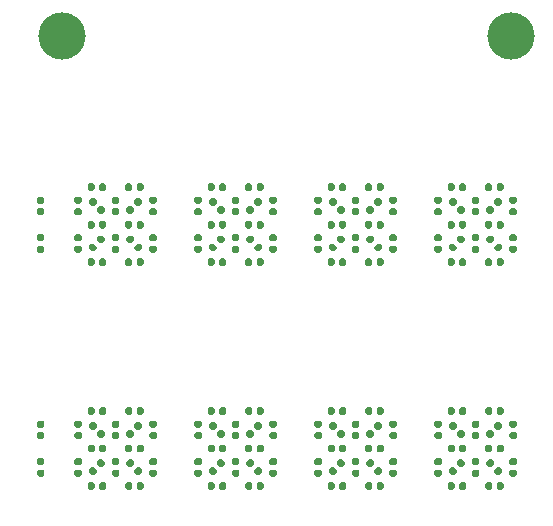
<source format=gbr>
G04 #@! TF.GenerationSoftware,KiCad,Pcbnew,(5.1.9)-1*
G04 #@! TF.CreationDate,2021-05-14T23:18:57-04:00*
G04 #@! TF.ProjectId,2xOPT Panelized,32784f50-5420-4506-916e-656c697a6564,rev?*
G04 #@! TF.SameCoordinates,Original*
G04 #@! TF.FileFunction,Paste,Top*
G04 #@! TF.FilePolarity,Positive*
%FSLAX46Y46*%
G04 Gerber Fmt 4.6, Leading zero omitted, Abs format (unit mm)*
G04 Created by KiCad (PCBNEW (5.1.9)-1) date 2021-05-14 23:18:57*
%MOMM*%
%LPD*%
G01*
G04 APERTURE LIST*
%ADD10C,4.000000*%
G04 APERTURE END LIST*
D10*
X148000000Y-54000000D03*
X110000000Y-54000000D03*
G36*
G01*
X111171000Y-68611000D02*
X111516000Y-68611000D01*
G75*
G02*
X111663500Y-68758500I0J-147500D01*
G01*
X111663500Y-69053500D01*
G75*
G02*
X111516000Y-69201000I-147500J0D01*
G01*
X111171000Y-69201000D01*
G75*
G02*
X111023500Y-69053500I0J147500D01*
G01*
X111023500Y-68758500D01*
G75*
G02*
X111171000Y-68611000I147500J0D01*
G01*
G37*
G36*
G01*
X111171000Y-67641000D02*
X111516000Y-67641000D01*
G75*
G02*
X111663500Y-67788500I0J-147500D01*
G01*
X111663500Y-68083500D01*
G75*
G02*
X111516000Y-68231000I-147500J0D01*
G01*
X111171000Y-68231000D01*
G75*
G02*
X111023500Y-68083500I0J147500D01*
G01*
X111023500Y-67788500D01*
G75*
G02*
X111171000Y-67641000I147500J0D01*
G01*
G37*
G36*
G01*
X111516000Y-71406000D02*
X111171000Y-71406000D01*
G75*
G02*
X111023500Y-71258500I0J147500D01*
G01*
X111023500Y-70963500D01*
G75*
G02*
X111171000Y-70816000I147500J0D01*
G01*
X111516000Y-70816000D01*
G75*
G02*
X111663500Y-70963500I0J-147500D01*
G01*
X111663500Y-71258500D01*
G75*
G02*
X111516000Y-71406000I-147500J0D01*
G01*
G37*
G36*
G01*
X111516000Y-72376000D02*
X111171000Y-72376000D01*
G75*
G02*
X111023500Y-72228500I0J147500D01*
G01*
X111023500Y-71933500D01*
G75*
G02*
X111171000Y-71786000I147500J0D01*
G01*
X111516000Y-71786000D01*
G75*
G02*
X111663500Y-71933500I0J-147500D01*
G01*
X111663500Y-72228500D01*
G75*
G02*
X111516000Y-72376000I-147500J0D01*
G01*
G37*
G36*
G01*
X113121500Y-67006000D02*
X113121500Y-66661000D01*
G75*
G02*
X113269000Y-66513500I147500J0D01*
G01*
X113564000Y-66513500D01*
G75*
G02*
X113711500Y-66661000I0J-147500D01*
G01*
X113711500Y-67006000D01*
G75*
G02*
X113564000Y-67153500I-147500J0D01*
G01*
X113269000Y-67153500D01*
G75*
G02*
X113121500Y-67006000I0J147500D01*
G01*
G37*
G36*
G01*
X112151500Y-67006000D02*
X112151500Y-66661000D01*
G75*
G02*
X112299000Y-66513500I147500J0D01*
G01*
X112594000Y-66513500D01*
G75*
G02*
X112741500Y-66661000I0J-147500D01*
G01*
X112741500Y-67006000D01*
G75*
G02*
X112594000Y-67153500I-147500J0D01*
G01*
X112299000Y-67153500D01*
G75*
G02*
X112151500Y-67006000I0J147500D01*
G01*
G37*
G36*
G01*
X112919125Y-68164673D02*
X112675173Y-68408625D01*
G75*
G02*
X112466577Y-68408625I-104298J104298D01*
G01*
X112257981Y-68200029D01*
G75*
G02*
X112257981Y-67991433I104298J104298D01*
G01*
X112501933Y-67747481D01*
G75*
G02*
X112710529Y-67747481I104298J-104298D01*
G01*
X112919125Y-67956077D01*
G75*
G02*
X112919125Y-68164673I-104298J-104298D01*
G01*
G37*
G36*
G01*
X113605019Y-68850567D02*
X113361067Y-69094519D01*
G75*
G02*
X113152471Y-69094519I-104298J104298D01*
G01*
X112943875Y-68885923D01*
G75*
G02*
X112943875Y-68677327I104298J104298D01*
G01*
X113187827Y-68433375D01*
G75*
G02*
X113396423Y-68433375I104298J-104298D01*
G01*
X113605019Y-68641971D01*
G75*
G02*
X113605019Y-68850567I-104298J-104298D01*
G01*
G37*
G36*
G01*
X112741500Y-69836000D02*
X112741500Y-70181000D01*
G75*
G02*
X112594000Y-70328500I-147500J0D01*
G01*
X112299000Y-70328500D01*
G75*
G02*
X112151500Y-70181000I0J147500D01*
G01*
X112151500Y-69836000D01*
G75*
G02*
X112299000Y-69688500I147500J0D01*
G01*
X112594000Y-69688500D01*
G75*
G02*
X112741500Y-69836000I0J-147500D01*
G01*
G37*
G36*
G01*
X113711500Y-69836000D02*
X113711500Y-70181000D01*
G75*
G02*
X113564000Y-70328500I-147500J0D01*
G01*
X113269000Y-70328500D01*
G75*
G02*
X113121500Y-70181000I0J147500D01*
G01*
X113121500Y-69836000D01*
G75*
G02*
X113269000Y-69688500I147500J0D01*
G01*
X113564000Y-69688500D01*
G75*
G02*
X113711500Y-69836000I0J-147500D01*
G01*
G37*
G36*
G01*
X112675173Y-71608375D02*
X112919125Y-71852327D01*
G75*
G02*
X112919125Y-72060923I-104298J-104298D01*
G01*
X112710529Y-72269519D01*
G75*
G02*
X112501933Y-72269519I-104298J104298D01*
G01*
X112257981Y-72025567D01*
G75*
G02*
X112257981Y-71816971I104298J104298D01*
G01*
X112466577Y-71608375D01*
G75*
G02*
X112675173Y-71608375I104298J-104298D01*
G01*
G37*
G36*
G01*
X113361067Y-70922481D02*
X113605019Y-71166433D01*
G75*
G02*
X113605019Y-71375029I-104298J-104298D01*
G01*
X113396423Y-71583625D01*
G75*
G02*
X113187827Y-71583625I-104298J104298D01*
G01*
X112943875Y-71339673D01*
G75*
G02*
X112943875Y-71131077I104298J104298D01*
G01*
X113152471Y-70922481D01*
G75*
G02*
X113361067Y-70922481I104298J-104298D01*
G01*
G37*
G36*
G01*
X113121500Y-73356000D02*
X113121500Y-73011000D01*
G75*
G02*
X113269000Y-72863500I147500J0D01*
G01*
X113564000Y-72863500D01*
G75*
G02*
X113711500Y-73011000I0J-147500D01*
G01*
X113711500Y-73356000D01*
G75*
G02*
X113564000Y-73503500I-147500J0D01*
G01*
X113269000Y-73503500D01*
G75*
G02*
X113121500Y-73356000I0J147500D01*
G01*
G37*
G36*
G01*
X112151500Y-73356000D02*
X112151500Y-73011000D01*
G75*
G02*
X112299000Y-72863500I147500J0D01*
G01*
X112594000Y-72863500D01*
G75*
G02*
X112741500Y-73011000I0J-147500D01*
G01*
X112741500Y-73356000D01*
G75*
G02*
X112594000Y-73503500I-147500J0D01*
G01*
X112299000Y-73503500D01*
G75*
G02*
X112151500Y-73356000I0J147500D01*
G01*
G37*
G36*
G01*
X114347000Y-68611000D02*
X114692000Y-68611000D01*
G75*
G02*
X114839500Y-68758500I0J-147500D01*
G01*
X114839500Y-69053500D01*
G75*
G02*
X114692000Y-69201000I-147500J0D01*
G01*
X114347000Y-69201000D01*
G75*
G02*
X114199500Y-69053500I0J147500D01*
G01*
X114199500Y-68758500D01*
G75*
G02*
X114347000Y-68611000I147500J0D01*
G01*
G37*
G36*
G01*
X114347000Y-67641000D02*
X114692000Y-67641000D01*
G75*
G02*
X114839500Y-67788500I0J-147500D01*
G01*
X114839500Y-68083500D01*
G75*
G02*
X114692000Y-68231000I-147500J0D01*
G01*
X114347000Y-68231000D01*
G75*
G02*
X114199500Y-68083500I0J147500D01*
G01*
X114199500Y-67788500D01*
G75*
G02*
X114347000Y-67641000I147500J0D01*
G01*
G37*
G36*
G01*
X114347000Y-71786000D02*
X114692000Y-71786000D01*
G75*
G02*
X114839500Y-71933500I0J-147500D01*
G01*
X114839500Y-72228500D01*
G75*
G02*
X114692000Y-72376000I-147500J0D01*
G01*
X114347000Y-72376000D01*
G75*
G02*
X114199500Y-72228500I0J147500D01*
G01*
X114199500Y-71933500D01*
G75*
G02*
X114347000Y-71786000I147500J0D01*
G01*
G37*
G36*
G01*
X114347000Y-70816000D02*
X114692000Y-70816000D01*
G75*
G02*
X114839500Y-70963500I0J-147500D01*
G01*
X114839500Y-71258500D01*
G75*
G02*
X114692000Y-71406000I-147500J0D01*
G01*
X114347000Y-71406000D01*
G75*
G02*
X114199500Y-71258500I0J147500D01*
G01*
X114199500Y-70963500D01*
G75*
G02*
X114347000Y-70816000I147500J0D01*
G01*
G37*
G36*
G01*
X116296500Y-67006000D02*
X116296500Y-66661000D01*
G75*
G02*
X116444000Y-66513500I147500J0D01*
G01*
X116739000Y-66513500D01*
G75*
G02*
X116886500Y-66661000I0J-147500D01*
G01*
X116886500Y-67006000D01*
G75*
G02*
X116739000Y-67153500I-147500J0D01*
G01*
X116444000Y-67153500D01*
G75*
G02*
X116296500Y-67006000I0J147500D01*
G01*
G37*
G36*
G01*
X115326500Y-67006000D02*
X115326500Y-66661000D01*
G75*
G02*
X115474000Y-66513500I147500J0D01*
G01*
X115769000Y-66513500D01*
G75*
G02*
X115916500Y-66661000I0J-147500D01*
G01*
X115916500Y-67006000D01*
G75*
G02*
X115769000Y-67153500I-147500J0D01*
G01*
X115474000Y-67153500D01*
G75*
G02*
X115326500Y-67006000I0J147500D01*
G01*
G37*
G36*
G01*
X116362827Y-68408625D02*
X116118875Y-68164673D01*
G75*
G02*
X116118875Y-67956077I104298J104298D01*
G01*
X116327471Y-67747481D01*
G75*
G02*
X116536067Y-67747481I104298J-104298D01*
G01*
X116780019Y-67991433D01*
G75*
G02*
X116780019Y-68200029I-104298J-104298D01*
G01*
X116571423Y-68408625D01*
G75*
G02*
X116362827Y-68408625I-104298J104298D01*
G01*
G37*
G36*
G01*
X115676933Y-69094519D02*
X115432981Y-68850567D01*
G75*
G02*
X115432981Y-68641971I104298J104298D01*
G01*
X115641577Y-68433375D01*
G75*
G02*
X115850173Y-68433375I104298J-104298D01*
G01*
X116094125Y-68677327D01*
G75*
G02*
X116094125Y-68885923I-104298J-104298D01*
G01*
X115885529Y-69094519D01*
G75*
G02*
X115676933Y-69094519I-104298J104298D01*
G01*
G37*
G36*
G01*
X116296500Y-70181000D02*
X116296500Y-69836000D01*
G75*
G02*
X116444000Y-69688500I147500J0D01*
G01*
X116739000Y-69688500D01*
G75*
G02*
X116886500Y-69836000I0J-147500D01*
G01*
X116886500Y-70181000D01*
G75*
G02*
X116739000Y-70328500I-147500J0D01*
G01*
X116444000Y-70328500D01*
G75*
G02*
X116296500Y-70181000I0J147500D01*
G01*
G37*
G36*
G01*
X115326500Y-70181000D02*
X115326500Y-69836000D01*
G75*
G02*
X115474000Y-69688500I147500J0D01*
G01*
X115769000Y-69688500D01*
G75*
G02*
X115916500Y-69836000I0J-147500D01*
G01*
X115916500Y-70181000D01*
G75*
G02*
X115769000Y-70328500I-147500J0D01*
G01*
X115474000Y-70328500D01*
G75*
G02*
X115326500Y-70181000I0J147500D01*
G01*
G37*
G36*
G01*
X116118875Y-71852327D02*
X116362827Y-71608375D01*
G75*
G02*
X116571423Y-71608375I104298J-104298D01*
G01*
X116780019Y-71816971D01*
G75*
G02*
X116780019Y-72025567I-104298J-104298D01*
G01*
X116536067Y-72269519D01*
G75*
G02*
X116327471Y-72269519I-104298J104298D01*
G01*
X116118875Y-72060923D01*
G75*
G02*
X116118875Y-71852327I104298J104298D01*
G01*
G37*
G36*
G01*
X115432981Y-71166433D02*
X115676933Y-70922481D01*
G75*
G02*
X115885529Y-70922481I104298J-104298D01*
G01*
X116094125Y-71131077D01*
G75*
G02*
X116094125Y-71339673I-104298J-104298D01*
G01*
X115850173Y-71583625D01*
G75*
G02*
X115641577Y-71583625I-104298J104298D01*
G01*
X115432981Y-71375029D01*
G75*
G02*
X115432981Y-71166433I104298J104298D01*
G01*
G37*
G36*
G01*
X116296500Y-73356000D02*
X116296500Y-73011000D01*
G75*
G02*
X116444000Y-72863500I147500J0D01*
G01*
X116739000Y-72863500D01*
G75*
G02*
X116886500Y-73011000I0J-147500D01*
G01*
X116886500Y-73356000D01*
G75*
G02*
X116739000Y-73503500I-147500J0D01*
G01*
X116444000Y-73503500D01*
G75*
G02*
X116296500Y-73356000I0J147500D01*
G01*
G37*
G36*
G01*
X115326500Y-73356000D02*
X115326500Y-73011000D01*
G75*
G02*
X115474000Y-72863500I147500J0D01*
G01*
X115769000Y-72863500D01*
G75*
G02*
X115916500Y-73011000I0J-147500D01*
G01*
X115916500Y-73356000D01*
G75*
G02*
X115769000Y-73503500I-147500J0D01*
G01*
X115474000Y-73503500D01*
G75*
G02*
X115326500Y-73356000I0J147500D01*
G01*
G37*
G36*
G01*
X117521000Y-68611000D02*
X117866000Y-68611000D01*
G75*
G02*
X118013500Y-68758500I0J-147500D01*
G01*
X118013500Y-69053500D01*
G75*
G02*
X117866000Y-69201000I-147500J0D01*
G01*
X117521000Y-69201000D01*
G75*
G02*
X117373500Y-69053500I0J147500D01*
G01*
X117373500Y-68758500D01*
G75*
G02*
X117521000Y-68611000I147500J0D01*
G01*
G37*
G36*
G01*
X117521000Y-67641000D02*
X117866000Y-67641000D01*
G75*
G02*
X118013500Y-67788500I0J-147500D01*
G01*
X118013500Y-68083500D01*
G75*
G02*
X117866000Y-68231000I-147500J0D01*
G01*
X117521000Y-68231000D01*
G75*
G02*
X117373500Y-68083500I0J147500D01*
G01*
X117373500Y-67788500D01*
G75*
G02*
X117521000Y-67641000I147500J0D01*
G01*
G37*
G36*
G01*
X117866000Y-71406000D02*
X117521000Y-71406000D01*
G75*
G02*
X117373500Y-71258500I0J147500D01*
G01*
X117373500Y-70963500D01*
G75*
G02*
X117521000Y-70816000I147500J0D01*
G01*
X117866000Y-70816000D01*
G75*
G02*
X118013500Y-70963500I0J-147500D01*
G01*
X118013500Y-71258500D01*
G75*
G02*
X117866000Y-71406000I-147500J0D01*
G01*
G37*
G36*
G01*
X117866000Y-72376000D02*
X117521000Y-72376000D01*
G75*
G02*
X117373500Y-72228500I0J147500D01*
G01*
X117373500Y-71933500D01*
G75*
G02*
X117521000Y-71786000I147500J0D01*
G01*
X117866000Y-71786000D01*
G75*
G02*
X118013500Y-71933500I0J-147500D01*
G01*
X118013500Y-72228500D01*
G75*
G02*
X117866000Y-72376000I-147500J0D01*
G01*
G37*
G36*
G01*
X121331000Y-68611000D02*
X121676000Y-68611000D01*
G75*
G02*
X121823500Y-68758500I0J-147500D01*
G01*
X121823500Y-69053500D01*
G75*
G02*
X121676000Y-69201000I-147500J0D01*
G01*
X121331000Y-69201000D01*
G75*
G02*
X121183500Y-69053500I0J147500D01*
G01*
X121183500Y-68758500D01*
G75*
G02*
X121331000Y-68611000I147500J0D01*
G01*
G37*
G36*
G01*
X121331000Y-67641000D02*
X121676000Y-67641000D01*
G75*
G02*
X121823500Y-67788500I0J-147500D01*
G01*
X121823500Y-68083500D01*
G75*
G02*
X121676000Y-68231000I-147500J0D01*
G01*
X121331000Y-68231000D01*
G75*
G02*
X121183500Y-68083500I0J147500D01*
G01*
X121183500Y-67788500D01*
G75*
G02*
X121331000Y-67641000I147500J0D01*
G01*
G37*
G36*
G01*
X121676000Y-71406000D02*
X121331000Y-71406000D01*
G75*
G02*
X121183500Y-71258500I0J147500D01*
G01*
X121183500Y-70963500D01*
G75*
G02*
X121331000Y-70816000I147500J0D01*
G01*
X121676000Y-70816000D01*
G75*
G02*
X121823500Y-70963500I0J-147500D01*
G01*
X121823500Y-71258500D01*
G75*
G02*
X121676000Y-71406000I-147500J0D01*
G01*
G37*
G36*
G01*
X121676000Y-72376000D02*
X121331000Y-72376000D01*
G75*
G02*
X121183500Y-72228500I0J147500D01*
G01*
X121183500Y-71933500D01*
G75*
G02*
X121331000Y-71786000I147500J0D01*
G01*
X121676000Y-71786000D01*
G75*
G02*
X121823500Y-71933500I0J-147500D01*
G01*
X121823500Y-72228500D01*
G75*
G02*
X121676000Y-72376000I-147500J0D01*
G01*
G37*
G36*
G01*
X123281500Y-67006000D02*
X123281500Y-66661000D01*
G75*
G02*
X123429000Y-66513500I147500J0D01*
G01*
X123724000Y-66513500D01*
G75*
G02*
X123871500Y-66661000I0J-147500D01*
G01*
X123871500Y-67006000D01*
G75*
G02*
X123724000Y-67153500I-147500J0D01*
G01*
X123429000Y-67153500D01*
G75*
G02*
X123281500Y-67006000I0J147500D01*
G01*
G37*
G36*
G01*
X122311500Y-67006000D02*
X122311500Y-66661000D01*
G75*
G02*
X122459000Y-66513500I147500J0D01*
G01*
X122754000Y-66513500D01*
G75*
G02*
X122901500Y-66661000I0J-147500D01*
G01*
X122901500Y-67006000D01*
G75*
G02*
X122754000Y-67153500I-147500J0D01*
G01*
X122459000Y-67153500D01*
G75*
G02*
X122311500Y-67006000I0J147500D01*
G01*
G37*
G36*
G01*
X123079125Y-68164673D02*
X122835173Y-68408625D01*
G75*
G02*
X122626577Y-68408625I-104298J104298D01*
G01*
X122417981Y-68200029D01*
G75*
G02*
X122417981Y-67991433I104298J104298D01*
G01*
X122661933Y-67747481D01*
G75*
G02*
X122870529Y-67747481I104298J-104298D01*
G01*
X123079125Y-67956077D01*
G75*
G02*
X123079125Y-68164673I-104298J-104298D01*
G01*
G37*
G36*
G01*
X123765019Y-68850567D02*
X123521067Y-69094519D01*
G75*
G02*
X123312471Y-69094519I-104298J104298D01*
G01*
X123103875Y-68885923D01*
G75*
G02*
X123103875Y-68677327I104298J104298D01*
G01*
X123347827Y-68433375D01*
G75*
G02*
X123556423Y-68433375I104298J-104298D01*
G01*
X123765019Y-68641971D01*
G75*
G02*
X123765019Y-68850567I-104298J-104298D01*
G01*
G37*
G36*
G01*
X122901500Y-69836000D02*
X122901500Y-70181000D01*
G75*
G02*
X122754000Y-70328500I-147500J0D01*
G01*
X122459000Y-70328500D01*
G75*
G02*
X122311500Y-70181000I0J147500D01*
G01*
X122311500Y-69836000D01*
G75*
G02*
X122459000Y-69688500I147500J0D01*
G01*
X122754000Y-69688500D01*
G75*
G02*
X122901500Y-69836000I0J-147500D01*
G01*
G37*
G36*
G01*
X123871500Y-69836000D02*
X123871500Y-70181000D01*
G75*
G02*
X123724000Y-70328500I-147500J0D01*
G01*
X123429000Y-70328500D01*
G75*
G02*
X123281500Y-70181000I0J147500D01*
G01*
X123281500Y-69836000D01*
G75*
G02*
X123429000Y-69688500I147500J0D01*
G01*
X123724000Y-69688500D01*
G75*
G02*
X123871500Y-69836000I0J-147500D01*
G01*
G37*
G36*
G01*
X122835173Y-71608375D02*
X123079125Y-71852327D01*
G75*
G02*
X123079125Y-72060923I-104298J-104298D01*
G01*
X122870529Y-72269519D01*
G75*
G02*
X122661933Y-72269519I-104298J104298D01*
G01*
X122417981Y-72025567D01*
G75*
G02*
X122417981Y-71816971I104298J104298D01*
G01*
X122626577Y-71608375D01*
G75*
G02*
X122835173Y-71608375I104298J-104298D01*
G01*
G37*
G36*
G01*
X123521067Y-70922481D02*
X123765019Y-71166433D01*
G75*
G02*
X123765019Y-71375029I-104298J-104298D01*
G01*
X123556423Y-71583625D01*
G75*
G02*
X123347827Y-71583625I-104298J104298D01*
G01*
X123103875Y-71339673D01*
G75*
G02*
X123103875Y-71131077I104298J104298D01*
G01*
X123312471Y-70922481D01*
G75*
G02*
X123521067Y-70922481I104298J-104298D01*
G01*
G37*
G36*
G01*
X123281500Y-73356000D02*
X123281500Y-73011000D01*
G75*
G02*
X123429000Y-72863500I147500J0D01*
G01*
X123724000Y-72863500D01*
G75*
G02*
X123871500Y-73011000I0J-147500D01*
G01*
X123871500Y-73356000D01*
G75*
G02*
X123724000Y-73503500I-147500J0D01*
G01*
X123429000Y-73503500D01*
G75*
G02*
X123281500Y-73356000I0J147500D01*
G01*
G37*
G36*
G01*
X122311500Y-73356000D02*
X122311500Y-73011000D01*
G75*
G02*
X122459000Y-72863500I147500J0D01*
G01*
X122754000Y-72863500D01*
G75*
G02*
X122901500Y-73011000I0J-147500D01*
G01*
X122901500Y-73356000D01*
G75*
G02*
X122754000Y-73503500I-147500J0D01*
G01*
X122459000Y-73503500D01*
G75*
G02*
X122311500Y-73356000I0J147500D01*
G01*
G37*
G36*
G01*
X124507000Y-68611000D02*
X124852000Y-68611000D01*
G75*
G02*
X124999500Y-68758500I0J-147500D01*
G01*
X124999500Y-69053500D01*
G75*
G02*
X124852000Y-69201000I-147500J0D01*
G01*
X124507000Y-69201000D01*
G75*
G02*
X124359500Y-69053500I0J147500D01*
G01*
X124359500Y-68758500D01*
G75*
G02*
X124507000Y-68611000I147500J0D01*
G01*
G37*
G36*
G01*
X124507000Y-67641000D02*
X124852000Y-67641000D01*
G75*
G02*
X124999500Y-67788500I0J-147500D01*
G01*
X124999500Y-68083500D01*
G75*
G02*
X124852000Y-68231000I-147500J0D01*
G01*
X124507000Y-68231000D01*
G75*
G02*
X124359500Y-68083500I0J147500D01*
G01*
X124359500Y-67788500D01*
G75*
G02*
X124507000Y-67641000I147500J0D01*
G01*
G37*
G36*
G01*
X124507000Y-71786000D02*
X124852000Y-71786000D01*
G75*
G02*
X124999500Y-71933500I0J-147500D01*
G01*
X124999500Y-72228500D01*
G75*
G02*
X124852000Y-72376000I-147500J0D01*
G01*
X124507000Y-72376000D01*
G75*
G02*
X124359500Y-72228500I0J147500D01*
G01*
X124359500Y-71933500D01*
G75*
G02*
X124507000Y-71786000I147500J0D01*
G01*
G37*
G36*
G01*
X124507000Y-70816000D02*
X124852000Y-70816000D01*
G75*
G02*
X124999500Y-70963500I0J-147500D01*
G01*
X124999500Y-71258500D01*
G75*
G02*
X124852000Y-71406000I-147500J0D01*
G01*
X124507000Y-71406000D01*
G75*
G02*
X124359500Y-71258500I0J147500D01*
G01*
X124359500Y-70963500D01*
G75*
G02*
X124507000Y-70816000I147500J0D01*
G01*
G37*
G36*
G01*
X126456500Y-67006000D02*
X126456500Y-66661000D01*
G75*
G02*
X126604000Y-66513500I147500J0D01*
G01*
X126899000Y-66513500D01*
G75*
G02*
X127046500Y-66661000I0J-147500D01*
G01*
X127046500Y-67006000D01*
G75*
G02*
X126899000Y-67153500I-147500J0D01*
G01*
X126604000Y-67153500D01*
G75*
G02*
X126456500Y-67006000I0J147500D01*
G01*
G37*
G36*
G01*
X125486500Y-67006000D02*
X125486500Y-66661000D01*
G75*
G02*
X125634000Y-66513500I147500J0D01*
G01*
X125929000Y-66513500D01*
G75*
G02*
X126076500Y-66661000I0J-147500D01*
G01*
X126076500Y-67006000D01*
G75*
G02*
X125929000Y-67153500I-147500J0D01*
G01*
X125634000Y-67153500D01*
G75*
G02*
X125486500Y-67006000I0J147500D01*
G01*
G37*
G36*
G01*
X126522827Y-68408625D02*
X126278875Y-68164673D01*
G75*
G02*
X126278875Y-67956077I104298J104298D01*
G01*
X126487471Y-67747481D01*
G75*
G02*
X126696067Y-67747481I104298J-104298D01*
G01*
X126940019Y-67991433D01*
G75*
G02*
X126940019Y-68200029I-104298J-104298D01*
G01*
X126731423Y-68408625D01*
G75*
G02*
X126522827Y-68408625I-104298J104298D01*
G01*
G37*
G36*
G01*
X125836933Y-69094519D02*
X125592981Y-68850567D01*
G75*
G02*
X125592981Y-68641971I104298J104298D01*
G01*
X125801577Y-68433375D01*
G75*
G02*
X126010173Y-68433375I104298J-104298D01*
G01*
X126254125Y-68677327D01*
G75*
G02*
X126254125Y-68885923I-104298J-104298D01*
G01*
X126045529Y-69094519D01*
G75*
G02*
X125836933Y-69094519I-104298J104298D01*
G01*
G37*
G36*
G01*
X126456500Y-70181000D02*
X126456500Y-69836000D01*
G75*
G02*
X126604000Y-69688500I147500J0D01*
G01*
X126899000Y-69688500D01*
G75*
G02*
X127046500Y-69836000I0J-147500D01*
G01*
X127046500Y-70181000D01*
G75*
G02*
X126899000Y-70328500I-147500J0D01*
G01*
X126604000Y-70328500D01*
G75*
G02*
X126456500Y-70181000I0J147500D01*
G01*
G37*
G36*
G01*
X125486500Y-70181000D02*
X125486500Y-69836000D01*
G75*
G02*
X125634000Y-69688500I147500J0D01*
G01*
X125929000Y-69688500D01*
G75*
G02*
X126076500Y-69836000I0J-147500D01*
G01*
X126076500Y-70181000D01*
G75*
G02*
X125929000Y-70328500I-147500J0D01*
G01*
X125634000Y-70328500D01*
G75*
G02*
X125486500Y-70181000I0J147500D01*
G01*
G37*
G36*
G01*
X126278875Y-71852327D02*
X126522827Y-71608375D01*
G75*
G02*
X126731423Y-71608375I104298J-104298D01*
G01*
X126940019Y-71816971D01*
G75*
G02*
X126940019Y-72025567I-104298J-104298D01*
G01*
X126696067Y-72269519D01*
G75*
G02*
X126487471Y-72269519I-104298J104298D01*
G01*
X126278875Y-72060923D01*
G75*
G02*
X126278875Y-71852327I104298J104298D01*
G01*
G37*
G36*
G01*
X125592981Y-71166433D02*
X125836933Y-70922481D01*
G75*
G02*
X126045529Y-70922481I104298J-104298D01*
G01*
X126254125Y-71131077D01*
G75*
G02*
X126254125Y-71339673I-104298J-104298D01*
G01*
X126010173Y-71583625D01*
G75*
G02*
X125801577Y-71583625I-104298J104298D01*
G01*
X125592981Y-71375029D01*
G75*
G02*
X125592981Y-71166433I104298J104298D01*
G01*
G37*
G36*
G01*
X126456500Y-73356000D02*
X126456500Y-73011000D01*
G75*
G02*
X126604000Y-72863500I147500J0D01*
G01*
X126899000Y-72863500D01*
G75*
G02*
X127046500Y-73011000I0J-147500D01*
G01*
X127046500Y-73356000D01*
G75*
G02*
X126899000Y-73503500I-147500J0D01*
G01*
X126604000Y-73503500D01*
G75*
G02*
X126456500Y-73356000I0J147500D01*
G01*
G37*
G36*
G01*
X125486500Y-73356000D02*
X125486500Y-73011000D01*
G75*
G02*
X125634000Y-72863500I147500J0D01*
G01*
X125929000Y-72863500D01*
G75*
G02*
X126076500Y-73011000I0J-147500D01*
G01*
X126076500Y-73356000D01*
G75*
G02*
X125929000Y-73503500I-147500J0D01*
G01*
X125634000Y-73503500D01*
G75*
G02*
X125486500Y-73356000I0J147500D01*
G01*
G37*
G36*
G01*
X127681000Y-68611000D02*
X128026000Y-68611000D01*
G75*
G02*
X128173500Y-68758500I0J-147500D01*
G01*
X128173500Y-69053500D01*
G75*
G02*
X128026000Y-69201000I-147500J0D01*
G01*
X127681000Y-69201000D01*
G75*
G02*
X127533500Y-69053500I0J147500D01*
G01*
X127533500Y-68758500D01*
G75*
G02*
X127681000Y-68611000I147500J0D01*
G01*
G37*
G36*
G01*
X127681000Y-67641000D02*
X128026000Y-67641000D01*
G75*
G02*
X128173500Y-67788500I0J-147500D01*
G01*
X128173500Y-68083500D01*
G75*
G02*
X128026000Y-68231000I-147500J0D01*
G01*
X127681000Y-68231000D01*
G75*
G02*
X127533500Y-68083500I0J147500D01*
G01*
X127533500Y-67788500D01*
G75*
G02*
X127681000Y-67641000I147500J0D01*
G01*
G37*
G36*
G01*
X128026000Y-71406000D02*
X127681000Y-71406000D01*
G75*
G02*
X127533500Y-71258500I0J147500D01*
G01*
X127533500Y-70963500D01*
G75*
G02*
X127681000Y-70816000I147500J0D01*
G01*
X128026000Y-70816000D01*
G75*
G02*
X128173500Y-70963500I0J-147500D01*
G01*
X128173500Y-71258500D01*
G75*
G02*
X128026000Y-71406000I-147500J0D01*
G01*
G37*
G36*
G01*
X128026000Y-72376000D02*
X127681000Y-72376000D01*
G75*
G02*
X127533500Y-72228500I0J147500D01*
G01*
X127533500Y-71933500D01*
G75*
G02*
X127681000Y-71786000I147500J0D01*
G01*
X128026000Y-71786000D01*
G75*
G02*
X128173500Y-71933500I0J-147500D01*
G01*
X128173500Y-72228500D01*
G75*
G02*
X128026000Y-72376000I-147500J0D01*
G01*
G37*
G36*
G01*
X131491000Y-68611000D02*
X131836000Y-68611000D01*
G75*
G02*
X131983500Y-68758500I0J-147500D01*
G01*
X131983500Y-69053500D01*
G75*
G02*
X131836000Y-69201000I-147500J0D01*
G01*
X131491000Y-69201000D01*
G75*
G02*
X131343500Y-69053500I0J147500D01*
G01*
X131343500Y-68758500D01*
G75*
G02*
X131491000Y-68611000I147500J0D01*
G01*
G37*
G36*
G01*
X131491000Y-67641000D02*
X131836000Y-67641000D01*
G75*
G02*
X131983500Y-67788500I0J-147500D01*
G01*
X131983500Y-68083500D01*
G75*
G02*
X131836000Y-68231000I-147500J0D01*
G01*
X131491000Y-68231000D01*
G75*
G02*
X131343500Y-68083500I0J147500D01*
G01*
X131343500Y-67788500D01*
G75*
G02*
X131491000Y-67641000I147500J0D01*
G01*
G37*
G36*
G01*
X131836000Y-71406000D02*
X131491000Y-71406000D01*
G75*
G02*
X131343500Y-71258500I0J147500D01*
G01*
X131343500Y-70963500D01*
G75*
G02*
X131491000Y-70816000I147500J0D01*
G01*
X131836000Y-70816000D01*
G75*
G02*
X131983500Y-70963500I0J-147500D01*
G01*
X131983500Y-71258500D01*
G75*
G02*
X131836000Y-71406000I-147500J0D01*
G01*
G37*
G36*
G01*
X131836000Y-72376000D02*
X131491000Y-72376000D01*
G75*
G02*
X131343500Y-72228500I0J147500D01*
G01*
X131343500Y-71933500D01*
G75*
G02*
X131491000Y-71786000I147500J0D01*
G01*
X131836000Y-71786000D01*
G75*
G02*
X131983500Y-71933500I0J-147500D01*
G01*
X131983500Y-72228500D01*
G75*
G02*
X131836000Y-72376000I-147500J0D01*
G01*
G37*
G36*
G01*
X133441500Y-67006000D02*
X133441500Y-66661000D01*
G75*
G02*
X133589000Y-66513500I147500J0D01*
G01*
X133884000Y-66513500D01*
G75*
G02*
X134031500Y-66661000I0J-147500D01*
G01*
X134031500Y-67006000D01*
G75*
G02*
X133884000Y-67153500I-147500J0D01*
G01*
X133589000Y-67153500D01*
G75*
G02*
X133441500Y-67006000I0J147500D01*
G01*
G37*
G36*
G01*
X132471500Y-67006000D02*
X132471500Y-66661000D01*
G75*
G02*
X132619000Y-66513500I147500J0D01*
G01*
X132914000Y-66513500D01*
G75*
G02*
X133061500Y-66661000I0J-147500D01*
G01*
X133061500Y-67006000D01*
G75*
G02*
X132914000Y-67153500I-147500J0D01*
G01*
X132619000Y-67153500D01*
G75*
G02*
X132471500Y-67006000I0J147500D01*
G01*
G37*
G36*
G01*
X133239125Y-68164673D02*
X132995173Y-68408625D01*
G75*
G02*
X132786577Y-68408625I-104298J104298D01*
G01*
X132577981Y-68200029D01*
G75*
G02*
X132577981Y-67991433I104298J104298D01*
G01*
X132821933Y-67747481D01*
G75*
G02*
X133030529Y-67747481I104298J-104298D01*
G01*
X133239125Y-67956077D01*
G75*
G02*
X133239125Y-68164673I-104298J-104298D01*
G01*
G37*
G36*
G01*
X133925019Y-68850567D02*
X133681067Y-69094519D01*
G75*
G02*
X133472471Y-69094519I-104298J104298D01*
G01*
X133263875Y-68885923D01*
G75*
G02*
X133263875Y-68677327I104298J104298D01*
G01*
X133507827Y-68433375D01*
G75*
G02*
X133716423Y-68433375I104298J-104298D01*
G01*
X133925019Y-68641971D01*
G75*
G02*
X133925019Y-68850567I-104298J-104298D01*
G01*
G37*
G36*
G01*
X133061500Y-69836000D02*
X133061500Y-70181000D01*
G75*
G02*
X132914000Y-70328500I-147500J0D01*
G01*
X132619000Y-70328500D01*
G75*
G02*
X132471500Y-70181000I0J147500D01*
G01*
X132471500Y-69836000D01*
G75*
G02*
X132619000Y-69688500I147500J0D01*
G01*
X132914000Y-69688500D01*
G75*
G02*
X133061500Y-69836000I0J-147500D01*
G01*
G37*
G36*
G01*
X134031500Y-69836000D02*
X134031500Y-70181000D01*
G75*
G02*
X133884000Y-70328500I-147500J0D01*
G01*
X133589000Y-70328500D01*
G75*
G02*
X133441500Y-70181000I0J147500D01*
G01*
X133441500Y-69836000D01*
G75*
G02*
X133589000Y-69688500I147500J0D01*
G01*
X133884000Y-69688500D01*
G75*
G02*
X134031500Y-69836000I0J-147500D01*
G01*
G37*
G36*
G01*
X132995173Y-71608375D02*
X133239125Y-71852327D01*
G75*
G02*
X133239125Y-72060923I-104298J-104298D01*
G01*
X133030529Y-72269519D01*
G75*
G02*
X132821933Y-72269519I-104298J104298D01*
G01*
X132577981Y-72025567D01*
G75*
G02*
X132577981Y-71816971I104298J104298D01*
G01*
X132786577Y-71608375D01*
G75*
G02*
X132995173Y-71608375I104298J-104298D01*
G01*
G37*
G36*
G01*
X133681067Y-70922481D02*
X133925019Y-71166433D01*
G75*
G02*
X133925019Y-71375029I-104298J-104298D01*
G01*
X133716423Y-71583625D01*
G75*
G02*
X133507827Y-71583625I-104298J104298D01*
G01*
X133263875Y-71339673D01*
G75*
G02*
X133263875Y-71131077I104298J104298D01*
G01*
X133472471Y-70922481D01*
G75*
G02*
X133681067Y-70922481I104298J-104298D01*
G01*
G37*
G36*
G01*
X133441500Y-73356000D02*
X133441500Y-73011000D01*
G75*
G02*
X133589000Y-72863500I147500J0D01*
G01*
X133884000Y-72863500D01*
G75*
G02*
X134031500Y-73011000I0J-147500D01*
G01*
X134031500Y-73356000D01*
G75*
G02*
X133884000Y-73503500I-147500J0D01*
G01*
X133589000Y-73503500D01*
G75*
G02*
X133441500Y-73356000I0J147500D01*
G01*
G37*
G36*
G01*
X132471500Y-73356000D02*
X132471500Y-73011000D01*
G75*
G02*
X132619000Y-72863500I147500J0D01*
G01*
X132914000Y-72863500D01*
G75*
G02*
X133061500Y-73011000I0J-147500D01*
G01*
X133061500Y-73356000D01*
G75*
G02*
X132914000Y-73503500I-147500J0D01*
G01*
X132619000Y-73503500D01*
G75*
G02*
X132471500Y-73356000I0J147500D01*
G01*
G37*
G36*
G01*
X134667000Y-68611000D02*
X135012000Y-68611000D01*
G75*
G02*
X135159500Y-68758500I0J-147500D01*
G01*
X135159500Y-69053500D01*
G75*
G02*
X135012000Y-69201000I-147500J0D01*
G01*
X134667000Y-69201000D01*
G75*
G02*
X134519500Y-69053500I0J147500D01*
G01*
X134519500Y-68758500D01*
G75*
G02*
X134667000Y-68611000I147500J0D01*
G01*
G37*
G36*
G01*
X134667000Y-67641000D02*
X135012000Y-67641000D01*
G75*
G02*
X135159500Y-67788500I0J-147500D01*
G01*
X135159500Y-68083500D01*
G75*
G02*
X135012000Y-68231000I-147500J0D01*
G01*
X134667000Y-68231000D01*
G75*
G02*
X134519500Y-68083500I0J147500D01*
G01*
X134519500Y-67788500D01*
G75*
G02*
X134667000Y-67641000I147500J0D01*
G01*
G37*
G36*
G01*
X134667000Y-71786000D02*
X135012000Y-71786000D01*
G75*
G02*
X135159500Y-71933500I0J-147500D01*
G01*
X135159500Y-72228500D01*
G75*
G02*
X135012000Y-72376000I-147500J0D01*
G01*
X134667000Y-72376000D01*
G75*
G02*
X134519500Y-72228500I0J147500D01*
G01*
X134519500Y-71933500D01*
G75*
G02*
X134667000Y-71786000I147500J0D01*
G01*
G37*
G36*
G01*
X134667000Y-70816000D02*
X135012000Y-70816000D01*
G75*
G02*
X135159500Y-70963500I0J-147500D01*
G01*
X135159500Y-71258500D01*
G75*
G02*
X135012000Y-71406000I-147500J0D01*
G01*
X134667000Y-71406000D01*
G75*
G02*
X134519500Y-71258500I0J147500D01*
G01*
X134519500Y-70963500D01*
G75*
G02*
X134667000Y-70816000I147500J0D01*
G01*
G37*
G36*
G01*
X136616500Y-67006000D02*
X136616500Y-66661000D01*
G75*
G02*
X136764000Y-66513500I147500J0D01*
G01*
X137059000Y-66513500D01*
G75*
G02*
X137206500Y-66661000I0J-147500D01*
G01*
X137206500Y-67006000D01*
G75*
G02*
X137059000Y-67153500I-147500J0D01*
G01*
X136764000Y-67153500D01*
G75*
G02*
X136616500Y-67006000I0J147500D01*
G01*
G37*
G36*
G01*
X135646500Y-67006000D02*
X135646500Y-66661000D01*
G75*
G02*
X135794000Y-66513500I147500J0D01*
G01*
X136089000Y-66513500D01*
G75*
G02*
X136236500Y-66661000I0J-147500D01*
G01*
X136236500Y-67006000D01*
G75*
G02*
X136089000Y-67153500I-147500J0D01*
G01*
X135794000Y-67153500D01*
G75*
G02*
X135646500Y-67006000I0J147500D01*
G01*
G37*
G36*
G01*
X136682827Y-68408625D02*
X136438875Y-68164673D01*
G75*
G02*
X136438875Y-67956077I104298J104298D01*
G01*
X136647471Y-67747481D01*
G75*
G02*
X136856067Y-67747481I104298J-104298D01*
G01*
X137100019Y-67991433D01*
G75*
G02*
X137100019Y-68200029I-104298J-104298D01*
G01*
X136891423Y-68408625D01*
G75*
G02*
X136682827Y-68408625I-104298J104298D01*
G01*
G37*
G36*
G01*
X135996933Y-69094519D02*
X135752981Y-68850567D01*
G75*
G02*
X135752981Y-68641971I104298J104298D01*
G01*
X135961577Y-68433375D01*
G75*
G02*
X136170173Y-68433375I104298J-104298D01*
G01*
X136414125Y-68677327D01*
G75*
G02*
X136414125Y-68885923I-104298J-104298D01*
G01*
X136205529Y-69094519D01*
G75*
G02*
X135996933Y-69094519I-104298J104298D01*
G01*
G37*
G36*
G01*
X136616500Y-70181000D02*
X136616500Y-69836000D01*
G75*
G02*
X136764000Y-69688500I147500J0D01*
G01*
X137059000Y-69688500D01*
G75*
G02*
X137206500Y-69836000I0J-147500D01*
G01*
X137206500Y-70181000D01*
G75*
G02*
X137059000Y-70328500I-147500J0D01*
G01*
X136764000Y-70328500D01*
G75*
G02*
X136616500Y-70181000I0J147500D01*
G01*
G37*
G36*
G01*
X135646500Y-70181000D02*
X135646500Y-69836000D01*
G75*
G02*
X135794000Y-69688500I147500J0D01*
G01*
X136089000Y-69688500D01*
G75*
G02*
X136236500Y-69836000I0J-147500D01*
G01*
X136236500Y-70181000D01*
G75*
G02*
X136089000Y-70328500I-147500J0D01*
G01*
X135794000Y-70328500D01*
G75*
G02*
X135646500Y-70181000I0J147500D01*
G01*
G37*
G36*
G01*
X136438875Y-71852327D02*
X136682827Y-71608375D01*
G75*
G02*
X136891423Y-71608375I104298J-104298D01*
G01*
X137100019Y-71816971D01*
G75*
G02*
X137100019Y-72025567I-104298J-104298D01*
G01*
X136856067Y-72269519D01*
G75*
G02*
X136647471Y-72269519I-104298J104298D01*
G01*
X136438875Y-72060923D01*
G75*
G02*
X136438875Y-71852327I104298J104298D01*
G01*
G37*
G36*
G01*
X135752981Y-71166433D02*
X135996933Y-70922481D01*
G75*
G02*
X136205529Y-70922481I104298J-104298D01*
G01*
X136414125Y-71131077D01*
G75*
G02*
X136414125Y-71339673I-104298J-104298D01*
G01*
X136170173Y-71583625D01*
G75*
G02*
X135961577Y-71583625I-104298J104298D01*
G01*
X135752981Y-71375029D01*
G75*
G02*
X135752981Y-71166433I104298J104298D01*
G01*
G37*
G36*
G01*
X136616500Y-73356000D02*
X136616500Y-73011000D01*
G75*
G02*
X136764000Y-72863500I147500J0D01*
G01*
X137059000Y-72863500D01*
G75*
G02*
X137206500Y-73011000I0J-147500D01*
G01*
X137206500Y-73356000D01*
G75*
G02*
X137059000Y-73503500I-147500J0D01*
G01*
X136764000Y-73503500D01*
G75*
G02*
X136616500Y-73356000I0J147500D01*
G01*
G37*
G36*
G01*
X135646500Y-73356000D02*
X135646500Y-73011000D01*
G75*
G02*
X135794000Y-72863500I147500J0D01*
G01*
X136089000Y-72863500D01*
G75*
G02*
X136236500Y-73011000I0J-147500D01*
G01*
X136236500Y-73356000D01*
G75*
G02*
X136089000Y-73503500I-147500J0D01*
G01*
X135794000Y-73503500D01*
G75*
G02*
X135646500Y-73356000I0J147500D01*
G01*
G37*
G36*
G01*
X137841000Y-68611000D02*
X138186000Y-68611000D01*
G75*
G02*
X138333500Y-68758500I0J-147500D01*
G01*
X138333500Y-69053500D01*
G75*
G02*
X138186000Y-69201000I-147500J0D01*
G01*
X137841000Y-69201000D01*
G75*
G02*
X137693500Y-69053500I0J147500D01*
G01*
X137693500Y-68758500D01*
G75*
G02*
X137841000Y-68611000I147500J0D01*
G01*
G37*
G36*
G01*
X137841000Y-67641000D02*
X138186000Y-67641000D01*
G75*
G02*
X138333500Y-67788500I0J-147500D01*
G01*
X138333500Y-68083500D01*
G75*
G02*
X138186000Y-68231000I-147500J0D01*
G01*
X137841000Y-68231000D01*
G75*
G02*
X137693500Y-68083500I0J147500D01*
G01*
X137693500Y-67788500D01*
G75*
G02*
X137841000Y-67641000I147500J0D01*
G01*
G37*
G36*
G01*
X138186000Y-71406000D02*
X137841000Y-71406000D01*
G75*
G02*
X137693500Y-71258500I0J147500D01*
G01*
X137693500Y-70963500D01*
G75*
G02*
X137841000Y-70816000I147500J0D01*
G01*
X138186000Y-70816000D01*
G75*
G02*
X138333500Y-70963500I0J-147500D01*
G01*
X138333500Y-71258500D01*
G75*
G02*
X138186000Y-71406000I-147500J0D01*
G01*
G37*
G36*
G01*
X138186000Y-72376000D02*
X137841000Y-72376000D01*
G75*
G02*
X137693500Y-72228500I0J147500D01*
G01*
X137693500Y-71933500D01*
G75*
G02*
X137841000Y-71786000I147500J0D01*
G01*
X138186000Y-71786000D01*
G75*
G02*
X138333500Y-71933500I0J-147500D01*
G01*
X138333500Y-72228500D01*
G75*
G02*
X138186000Y-72376000I-147500J0D01*
G01*
G37*
G36*
G01*
X141651000Y-68611000D02*
X141996000Y-68611000D01*
G75*
G02*
X142143500Y-68758500I0J-147500D01*
G01*
X142143500Y-69053500D01*
G75*
G02*
X141996000Y-69201000I-147500J0D01*
G01*
X141651000Y-69201000D01*
G75*
G02*
X141503500Y-69053500I0J147500D01*
G01*
X141503500Y-68758500D01*
G75*
G02*
X141651000Y-68611000I147500J0D01*
G01*
G37*
G36*
G01*
X141651000Y-67641000D02*
X141996000Y-67641000D01*
G75*
G02*
X142143500Y-67788500I0J-147500D01*
G01*
X142143500Y-68083500D01*
G75*
G02*
X141996000Y-68231000I-147500J0D01*
G01*
X141651000Y-68231000D01*
G75*
G02*
X141503500Y-68083500I0J147500D01*
G01*
X141503500Y-67788500D01*
G75*
G02*
X141651000Y-67641000I147500J0D01*
G01*
G37*
G36*
G01*
X141996000Y-71406000D02*
X141651000Y-71406000D01*
G75*
G02*
X141503500Y-71258500I0J147500D01*
G01*
X141503500Y-70963500D01*
G75*
G02*
X141651000Y-70816000I147500J0D01*
G01*
X141996000Y-70816000D01*
G75*
G02*
X142143500Y-70963500I0J-147500D01*
G01*
X142143500Y-71258500D01*
G75*
G02*
X141996000Y-71406000I-147500J0D01*
G01*
G37*
G36*
G01*
X141996000Y-72376000D02*
X141651000Y-72376000D01*
G75*
G02*
X141503500Y-72228500I0J147500D01*
G01*
X141503500Y-71933500D01*
G75*
G02*
X141651000Y-71786000I147500J0D01*
G01*
X141996000Y-71786000D01*
G75*
G02*
X142143500Y-71933500I0J-147500D01*
G01*
X142143500Y-72228500D01*
G75*
G02*
X141996000Y-72376000I-147500J0D01*
G01*
G37*
G36*
G01*
X143601500Y-67006000D02*
X143601500Y-66661000D01*
G75*
G02*
X143749000Y-66513500I147500J0D01*
G01*
X144044000Y-66513500D01*
G75*
G02*
X144191500Y-66661000I0J-147500D01*
G01*
X144191500Y-67006000D01*
G75*
G02*
X144044000Y-67153500I-147500J0D01*
G01*
X143749000Y-67153500D01*
G75*
G02*
X143601500Y-67006000I0J147500D01*
G01*
G37*
G36*
G01*
X142631500Y-67006000D02*
X142631500Y-66661000D01*
G75*
G02*
X142779000Y-66513500I147500J0D01*
G01*
X143074000Y-66513500D01*
G75*
G02*
X143221500Y-66661000I0J-147500D01*
G01*
X143221500Y-67006000D01*
G75*
G02*
X143074000Y-67153500I-147500J0D01*
G01*
X142779000Y-67153500D01*
G75*
G02*
X142631500Y-67006000I0J147500D01*
G01*
G37*
G36*
G01*
X143399125Y-68164673D02*
X143155173Y-68408625D01*
G75*
G02*
X142946577Y-68408625I-104298J104298D01*
G01*
X142737981Y-68200029D01*
G75*
G02*
X142737981Y-67991433I104298J104298D01*
G01*
X142981933Y-67747481D01*
G75*
G02*
X143190529Y-67747481I104298J-104298D01*
G01*
X143399125Y-67956077D01*
G75*
G02*
X143399125Y-68164673I-104298J-104298D01*
G01*
G37*
G36*
G01*
X144085019Y-68850567D02*
X143841067Y-69094519D01*
G75*
G02*
X143632471Y-69094519I-104298J104298D01*
G01*
X143423875Y-68885923D01*
G75*
G02*
X143423875Y-68677327I104298J104298D01*
G01*
X143667827Y-68433375D01*
G75*
G02*
X143876423Y-68433375I104298J-104298D01*
G01*
X144085019Y-68641971D01*
G75*
G02*
X144085019Y-68850567I-104298J-104298D01*
G01*
G37*
G36*
G01*
X143221500Y-69836000D02*
X143221500Y-70181000D01*
G75*
G02*
X143074000Y-70328500I-147500J0D01*
G01*
X142779000Y-70328500D01*
G75*
G02*
X142631500Y-70181000I0J147500D01*
G01*
X142631500Y-69836000D01*
G75*
G02*
X142779000Y-69688500I147500J0D01*
G01*
X143074000Y-69688500D01*
G75*
G02*
X143221500Y-69836000I0J-147500D01*
G01*
G37*
G36*
G01*
X144191500Y-69836000D02*
X144191500Y-70181000D01*
G75*
G02*
X144044000Y-70328500I-147500J0D01*
G01*
X143749000Y-70328500D01*
G75*
G02*
X143601500Y-70181000I0J147500D01*
G01*
X143601500Y-69836000D01*
G75*
G02*
X143749000Y-69688500I147500J0D01*
G01*
X144044000Y-69688500D01*
G75*
G02*
X144191500Y-69836000I0J-147500D01*
G01*
G37*
G36*
G01*
X143155173Y-71608375D02*
X143399125Y-71852327D01*
G75*
G02*
X143399125Y-72060923I-104298J-104298D01*
G01*
X143190529Y-72269519D01*
G75*
G02*
X142981933Y-72269519I-104298J104298D01*
G01*
X142737981Y-72025567D01*
G75*
G02*
X142737981Y-71816971I104298J104298D01*
G01*
X142946577Y-71608375D01*
G75*
G02*
X143155173Y-71608375I104298J-104298D01*
G01*
G37*
G36*
G01*
X143841067Y-70922481D02*
X144085019Y-71166433D01*
G75*
G02*
X144085019Y-71375029I-104298J-104298D01*
G01*
X143876423Y-71583625D01*
G75*
G02*
X143667827Y-71583625I-104298J104298D01*
G01*
X143423875Y-71339673D01*
G75*
G02*
X143423875Y-71131077I104298J104298D01*
G01*
X143632471Y-70922481D01*
G75*
G02*
X143841067Y-70922481I104298J-104298D01*
G01*
G37*
G36*
G01*
X143601500Y-73356000D02*
X143601500Y-73011000D01*
G75*
G02*
X143749000Y-72863500I147500J0D01*
G01*
X144044000Y-72863500D01*
G75*
G02*
X144191500Y-73011000I0J-147500D01*
G01*
X144191500Y-73356000D01*
G75*
G02*
X144044000Y-73503500I-147500J0D01*
G01*
X143749000Y-73503500D01*
G75*
G02*
X143601500Y-73356000I0J147500D01*
G01*
G37*
G36*
G01*
X142631500Y-73356000D02*
X142631500Y-73011000D01*
G75*
G02*
X142779000Y-72863500I147500J0D01*
G01*
X143074000Y-72863500D01*
G75*
G02*
X143221500Y-73011000I0J-147500D01*
G01*
X143221500Y-73356000D01*
G75*
G02*
X143074000Y-73503500I-147500J0D01*
G01*
X142779000Y-73503500D01*
G75*
G02*
X142631500Y-73356000I0J147500D01*
G01*
G37*
G36*
G01*
X144827000Y-68611000D02*
X145172000Y-68611000D01*
G75*
G02*
X145319500Y-68758500I0J-147500D01*
G01*
X145319500Y-69053500D01*
G75*
G02*
X145172000Y-69201000I-147500J0D01*
G01*
X144827000Y-69201000D01*
G75*
G02*
X144679500Y-69053500I0J147500D01*
G01*
X144679500Y-68758500D01*
G75*
G02*
X144827000Y-68611000I147500J0D01*
G01*
G37*
G36*
G01*
X144827000Y-67641000D02*
X145172000Y-67641000D01*
G75*
G02*
X145319500Y-67788500I0J-147500D01*
G01*
X145319500Y-68083500D01*
G75*
G02*
X145172000Y-68231000I-147500J0D01*
G01*
X144827000Y-68231000D01*
G75*
G02*
X144679500Y-68083500I0J147500D01*
G01*
X144679500Y-67788500D01*
G75*
G02*
X144827000Y-67641000I147500J0D01*
G01*
G37*
G36*
G01*
X144827000Y-71789000D02*
X145172000Y-71789000D01*
G75*
G02*
X145319500Y-71936500I0J-147500D01*
G01*
X145319500Y-72231500D01*
G75*
G02*
X145172000Y-72379000I-147500J0D01*
G01*
X144827000Y-72379000D01*
G75*
G02*
X144679500Y-72231500I0J147500D01*
G01*
X144679500Y-71936500D01*
G75*
G02*
X144827000Y-71789000I147500J0D01*
G01*
G37*
G36*
G01*
X144827000Y-70819000D02*
X145172000Y-70819000D01*
G75*
G02*
X145319500Y-70966500I0J-147500D01*
G01*
X145319500Y-71261500D01*
G75*
G02*
X145172000Y-71409000I-147500J0D01*
G01*
X144827000Y-71409000D01*
G75*
G02*
X144679500Y-71261500I0J147500D01*
G01*
X144679500Y-70966500D01*
G75*
G02*
X144827000Y-70819000I147500J0D01*
G01*
G37*
G36*
G01*
X146396500Y-66661000D02*
X146396500Y-67006000D01*
G75*
G02*
X146249000Y-67153500I-147500J0D01*
G01*
X145954000Y-67153500D01*
G75*
G02*
X145806500Y-67006000I0J147500D01*
G01*
X145806500Y-66661000D01*
G75*
G02*
X145954000Y-66513500I147500J0D01*
G01*
X146249000Y-66513500D01*
G75*
G02*
X146396500Y-66661000I0J-147500D01*
G01*
G37*
G36*
G01*
X147366500Y-66661000D02*
X147366500Y-67006000D01*
G75*
G02*
X147219000Y-67153500I-147500J0D01*
G01*
X146924000Y-67153500D01*
G75*
G02*
X146776500Y-67006000I0J147500D01*
G01*
X146776500Y-66661000D01*
G75*
G02*
X146924000Y-66513500I147500J0D01*
G01*
X147219000Y-66513500D01*
G75*
G02*
X147366500Y-66661000I0J-147500D01*
G01*
G37*
G36*
G01*
X146842827Y-68408625D02*
X146598875Y-68164673D01*
G75*
G02*
X146598875Y-67956077I104298J104298D01*
G01*
X146807471Y-67747481D01*
G75*
G02*
X147016067Y-67747481I104298J-104298D01*
G01*
X147260019Y-67991433D01*
G75*
G02*
X147260019Y-68200029I-104298J-104298D01*
G01*
X147051423Y-68408625D01*
G75*
G02*
X146842827Y-68408625I-104298J104298D01*
G01*
G37*
G36*
G01*
X146156933Y-69094519D02*
X145912981Y-68850567D01*
G75*
G02*
X145912981Y-68641971I104298J104298D01*
G01*
X146121577Y-68433375D01*
G75*
G02*
X146330173Y-68433375I104298J-104298D01*
G01*
X146574125Y-68677327D01*
G75*
G02*
X146574125Y-68885923I-104298J-104298D01*
G01*
X146365529Y-69094519D01*
G75*
G02*
X146156933Y-69094519I-104298J104298D01*
G01*
G37*
G36*
G01*
X146776500Y-70181000D02*
X146776500Y-69836000D01*
G75*
G02*
X146924000Y-69688500I147500J0D01*
G01*
X147219000Y-69688500D01*
G75*
G02*
X147366500Y-69836000I0J-147500D01*
G01*
X147366500Y-70181000D01*
G75*
G02*
X147219000Y-70328500I-147500J0D01*
G01*
X146924000Y-70328500D01*
G75*
G02*
X146776500Y-70181000I0J147500D01*
G01*
G37*
G36*
G01*
X145806500Y-70181000D02*
X145806500Y-69836000D01*
G75*
G02*
X145954000Y-69688500I147500J0D01*
G01*
X146249000Y-69688500D01*
G75*
G02*
X146396500Y-69836000I0J-147500D01*
G01*
X146396500Y-70181000D01*
G75*
G02*
X146249000Y-70328500I-147500J0D01*
G01*
X145954000Y-70328500D01*
G75*
G02*
X145806500Y-70181000I0J147500D01*
G01*
G37*
G36*
G01*
X146598875Y-71852327D02*
X146842827Y-71608375D01*
G75*
G02*
X147051423Y-71608375I104298J-104298D01*
G01*
X147260019Y-71816971D01*
G75*
G02*
X147260019Y-72025567I-104298J-104298D01*
G01*
X147016067Y-72269519D01*
G75*
G02*
X146807471Y-72269519I-104298J104298D01*
G01*
X146598875Y-72060923D01*
G75*
G02*
X146598875Y-71852327I104298J104298D01*
G01*
G37*
G36*
G01*
X145912981Y-71166433D02*
X146156933Y-70922481D01*
G75*
G02*
X146365529Y-70922481I104298J-104298D01*
G01*
X146574125Y-71131077D01*
G75*
G02*
X146574125Y-71339673I-104298J-104298D01*
G01*
X146330173Y-71583625D01*
G75*
G02*
X146121577Y-71583625I-104298J104298D01*
G01*
X145912981Y-71375029D01*
G75*
G02*
X145912981Y-71166433I104298J104298D01*
G01*
G37*
G36*
G01*
X146776500Y-73356000D02*
X146776500Y-73011000D01*
G75*
G02*
X146924000Y-72863500I147500J0D01*
G01*
X147219000Y-72863500D01*
G75*
G02*
X147366500Y-73011000I0J-147500D01*
G01*
X147366500Y-73356000D01*
G75*
G02*
X147219000Y-73503500I-147500J0D01*
G01*
X146924000Y-73503500D01*
G75*
G02*
X146776500Y-73356000I0J147500D01*
G01*
G37*
G36*
G01*
X145806500Y-73356000D02*
X145806500Y-73011000D01*
G75*
G02*
X145954000Y-72863500I147500J0D01*
G01*
X146249000Y-72863500D01*
G75*
G02*
X146396500Y-73011000I0J-147500D01*
G01*
X146396500Y-73356000D01*
G75*
G02*
X146249000Y-73503500I-147500J0D01*
G01*
X145954000Y-73503500D01*
G75*
G02*
X145806500Y-73356000I0J147500D01*
G01*
G37*
G36*
G01*
X148001000Y-68611000D02*
X148346000Y-68611000D01*
G75*
G02*
X148493500Y-68758500I0J-147500D01*
G01*
X148493500Y-69053500D01*
G75*
G02*
X148346000Y-69201000I-147500J0D01*
G01*
X148001000Y-69201000D01*
G75*
G02*
X147853500Y-69053500I0J147500D01*
G01*
X147853500Y-68758500D01*
G75*
G02*
X148001000Y-68611000I147500J0D01*
G01*
G37*
G36*
G01*
X148001000Y-67641000D02*
X148346000Y-67641000D01*
G75*
G02*
X148493500Y-67788500I0J-147500D01*
G01*
X148493500Y-68083500D01*
G75*
G02*
X148346000Y-68231000I-147500J0D01*
G01*
X148001000Y-68231000D01*
G75*
G02*
X147853500Y-68083500I0J147500D01*
G01*
X147853500Y-67788500D01*
G75*
G02*
X148001000Y-67641000I147500J0D01*
G01*
G37*
G36*
G01*
X148346000Y-71406000D02*
X148001000Y-71406000D01*
G75*
G02*
X147853500Y-71258500I0J147500D01*
G01*
X147853500Y-70963500D01*
G75*
G02*
X148001000Y-70816000I147500J0D01*
G01*
X148346000Y-70816000D01*
G75*
G02*
X148493500Y-70963500I0J-147500D01*
G01*
X148493500Y-71258500D01*
G75*
G02*
X148346000Y-71406000I-147500J0D01*
G01*
G37*
G36*
G01*
X148346000Y-72376000D02*
X148001000Y-72376000D01*
G75*
G02*
X147853500Y-72228500I0J147500D01*
G01*
X147853500Y-71933500D01*
G75*
G02*
X148001000Y-71786000I147500J0D01*
G01*
X148346000Y-71786000D01*
G75*
G02*
X148493500Y-71933500I0J-147500D01*
G01*
X148493500Y-72228500D01*
G75*
G02*
X148346000Y-72376000I-147500J0D01*
G01*
G37*
G36*
G01*
X107997000Y-68611000D02*
X108342000Y-68611000D01*
G75*
G02*
X108489500Y-68758500I0J-147500D01*
G01*
X108489500Y-69053500D01*
G75*
G02*
X108342000Y-69201000I-147500J0D01*
G01*
X107997000Y-69201000D01*
G75*
G02*
X107849500Y-69053500I0J147500D01*
G01*
X107849500Y-68758500D01*
G75*
G02*
X107997000Y-68611000I147500J0D01*
G01*
G37*
G36*
G01*
X107997000Y-67641000D02*
X108342000Y-67641000D01*
G75*
G02*
X108489500Y-67788500I0J-147500D01*
G01*
X108489500Y-68083500D01*
G75*
G02*
X108342000Y-68231000I-147500J0D01*
G01*
X107997000Y-68231000D01*
G75*
G02*
X107849500Y-68083500I0J147500D01*
G01*
X107849500Y-67788500D01*
G75*
G02*
X107997000Y-67641000I147500J0D01*
G01*
G37*
G36*
G01*
X107997000Y-71786000D02*
X108342000Y-71786000D01*
G75*
G02*
X108489500Y-71933500I0J-147500D01*
G01*
X108489500Y-72228500D01*
G75*
G02*
X108342000Y-72376000I-147500J0D01*
G01*
X107997000Y-72376000D01*
G75*
G02*
X107849500Y-72228500I0J147500D01*
G01*
X107849500Y-71933500D01*
G75*
G02*
X107997000Y-71786000I147500J0D01*
G01*
G37*
G36*
G01*
X107997000Y-70816000D02*
X108342000Y-70816000D01*
G75*
G02*
X108489500Y-70963500I0J-147500D01*
G01*
X108489500Y-71258500D01*
G75*
G02*
X108342000Y-71406000I-147500J0D01*
G01*
X107997000Y-71406000D01*
G75*
G02*
X107849500Y-71258500I0J147500D01*
G01*
X107849500Y-70963500D01*
G75*
G02*
X107997000Y-70816000I147500J0D01*
G01*
G37*
G36*
G01*
X111171000Y-87561000D02*
X111516000Y-87561000D01*
G75*
G02*
X111663500Y-87708500I0J-147500D01*
G01*
X111663500Y-88003500D01*
G75*
G02*
X111516000Y-88151000I-147500J0D01*
G01*
X111171000Y-88151000D01*
G75*
G02*
X111023500Y-88003500I0J147500D01*
G01*
X111023500Y-87708500D01*
G75*
G02*
X111171000Y-87561000I147500J0D01*
G01*
G37*
G36*
G01*
X111171000Y-86591000D02*
X111516000Y-86591000D01*
G75*
G02*
X111663500Y-86738500I0J-147500D01*
G01*
X111663500Y-87033500D01*
G75*
G02*
X111516000Y-87181000I-147500J0D01*
G01*
X111171000Y-87181000D01*
G75*
G02*
X111023500Y-87033500I0J147500D01*
G01*
X111023500Y-86738500D01*
G75*
G02*
X111171000Y-86591000I147500J0D01*
G01*
G37*
G36*
G01*
X111516000Y-90356000D02*
X111171000Y-90356000D01*
G75*
G02*
X111023500Y-90208500I0J147500D01*
G01*
X111023500Y-89913500D01*
G75*
G02*
X111171000Y-89766000I147500J0D01*
G01*
X111516000Y-89766000D01*
G75*
G02*
X111663500Y-89913500I0J-147500D01*
G01*
X111663500Y-90208500D01*
G75*
G02*
X111516000Y-90356000I-147500J0D01*
G01*
G37*
G36*
G01*
X111516000Y-91326000D02*
X111171000Y-91326000D01*
G75*
G02*
X111023500Y-91178500I0J147500D01*
G01*
X111023500Y-90883500D01*
G75*
G02*
X111171000Y-90736000I147500J0D01*
G01*
X111516000Y-90736000D01*
G75*
G02*
X111663500Y-90883500I0J-147500D01*
G01*
X111663500Y-91178500D01*
G75*
G02*
X111516000Y-91326000I-147500J0D01*
G01*
G37*
G36*
G01*
X113121500Y-85956000D02*
X113121500Y-85611000D01*
G75*
G02*
X113269000Y-85463500I147500J0D01*
G01*
X113564000Y-85463500D01*
G75*
G02*
X113711500Y-85611000I0J-147500D01*
G01*
X113711500Y-85956000D01*
G75*
G02*
X113564000Y-86103500I-147500J0D01*
G01*
X113269000Y-86103500D01*
G75*
G02*
X113121500Y-85956000I0J147500D01*
G01*
G37*
G36*
G01*
X112151500Y-85956000D02*
X112151500Y-85611000D01*
G75*
G02*
X112299000Y-85463500I147500J0D01*
G01*
X112594000Y-85463500D01*
G75*
G02*
X112741500Y-85611000I0J-147500D01*
G01*
X112741500Y-85956000D01*
G75*
G02*
X112594000Y-86103500I-147500J0D01*
G01*
X112299000Y-86103500D01*
G75*
G02*
X112151500Y-85956000I0J147500D01*
G01*
G37*
G36*
G01*
X112919125Y-87114673D02*
X112675173Y-87358625D01*
G75*
G02*
X112466577Y-87358625I-104298J104298D01*
G01*
X112257981Y-87150029D01*
G75*
G02*
X112257981Y-86941433I104298J104298D01*
G01*
X112501933Y-86697481D01*
G75*
G02*
X112710529Y-86697481I104298J-104298D01*
G01*
X112919125Y-86906077D01*
G75*
G02*
X112919125Y-87114673I-104298J-104298D01*
G01*
G37*
G36*
G01*
X113605019Y-87800567D02*
X113361067Y-88044519D01*
G75*
G02*
X113152471Y-88044519I-104298J104298D01*
G01*
X112943875Y-87835923D01*
G75*
G02*
X112943875Y-87627327I104298J104298D01*
G01*
X113187827Y-87383375D01*
G75*
G02*
X113396423Y-87383375I104298J-104298D01*
G01*
X113605019Y-87591971D01*
G75*
G02*
X113605019Y-87800567I-104298J-104298D01*
G01*
G37*
G36*
G01*
X112741500Y-88786000D02*
X112741500Y-89131000D01*
G75*
G02*
X112594000Y-89278500I-147500J0D01*
G01*
X112299000Y-89278500D01*
G75*
G02*
X112151500Y-89131000I0J147500D01*
G01*
X112151500Y-88786000D01*
G75*
G02*
X112299000Y-88638500I147500J0D01*
G01*
X112594000Y-88638500D01*
G75*
G02*
X112741500Y-88786000I0J-147500D01*
G01*
G37*
G36*
G01*
X113711500Y-88786000D02*
X113711500Y-89131000D01*
G75*
G02*
X113564000Y-89278500I-147500J0D01*
G01*
X113269000Y-89278500D01*
G75*
G02*
X113121500Y-89131000I0J147500D01*
G01*
X113121500Y-88786000D01*
G75*
G02*
X113269000Y-88638500I147500J0D01*
G01*
X113564000Y-88638500D01*
G75*
G02*
X113711500Y-88786000I0J-147500D01*
G01*
G37*
G36*
G01*
X112675173Y-90558375D02*
X112919125Y-90802327D01*
G75*
G02*
X112919125Y-91010923I-104298J-104298D01*
G01*
X112710529Y-91219519D01*
G75*
G02*
X112501933Y-91219519I-104298J104298D01*
G01*
X112257981Y-90975567D01*
G75*
G02*
X112257981Y-90766971I104298J104298D01*
G01*
X112466577Y-90558375D01*
G75*
G02*
X112675173Y-90558375I104298J-104298D01*
G01*
G37*
G36*
G01*
X113361067Y-89872481D02*
X113605019Y-90116433D01*
G75*
G02*
X113605019Y-90325029I-104298J-104298D01*
G01*
X113396423Y-90533625D01*
G75*
G02*
X113187827Y-90533625I-104298J104298D01*
G01*
X112943875Y-90289673D01*
G75*
G02*
X112943875Y-90081077I104298J104298D01*
G01*
X113152471Y-89872481D01*
G75*
G02*
X113361067Y-89872481I104298J-104298D01*
G01*
G37*
G36*
G01*
X113121500Y-92306000D02*
X113121500Y-91961000D01*
G75*
G02*
X113269000Y-91813500I147500J0D01*
G01*
X113564000Y-91813500D01*
G75*
G02*
X113711500Y-91961000I0J-147500D01*
G01*
X113711500Y-92306000D01*
G75*
G02*
X113564000Y-92453500I-147500J0D01*
G01*
X113269000Y-92453500D01*
G75*
G02*
X113121500Y-92306000I0J147500D01*
G01*
G37*
G36*
G01*
X112151500Y-92306000D02*
X112151500Y-91961000D01*
G75*
G02*
X112299000Y-91813500I147500J0D01*
G01*
X112594000Y-91813500D01*
G75*
G02*
X112741500Y-91961000I0J-147500D01*
G01*
X112741500Y-92306000D01*
G75*
G02*
X112594000Y-92453500I-147500J0D01*
G01*
X112299000Y-92453500D01*
G75*
G02*
X112151500Y-92306000I0J147500D01*
G01*
G37*
G36*
G01*
X114347000Y-87561000D02*
X114692000Y-87561000D01*
G75*
G02*
X114839500Y-87708500I0J-147500D01*
G01*
X114839500Y-88003500D01*
G75*
G02*
X114692000Y-88151000I-147500J0D01*
G01*
X114347000Y-88151000D01*
G75*
G02*
X114199500Y-88003500I0J147500D01*
G01*
X114199500Y-87708500D01*
G75*
G02*
X114347000Y-87561000I147500J0D01*
G01*
G37*
G36*
G01*
X114347000Y-86591000D02*
X114692000Y-86591000D01*
G75*
G02*
X114839500Y-86738500I0J-147500D01*
G01*
X114839500Y-87033500D01*
G75*
G02*
X114692000Y-87181000I-147500J0D01*
G01*
X114347000Y-87181000D01*
G75*
G02*
X114199500Y-87033500I0J147500D01*
G01*
X114199500Y-86738500D01*
G75*
G02*
X114347000Y-86591000I147500J0D01*
G01*
G37*
G36*
G01*
X114347000Y-90736000D02*
X114692000Y-90736000D01*
G75*
G02*
X114839500Y-90883500I0J-147500D01*
G01*
X114839500Y-91178500D01*
G75*
G02*
X114692000Y-91326000I-147500J0D01*
G01*
X114347000Y-91326000D01*
G75*
G02*
X114199500Y-91178500I0J147500D01*
G01*
X114199500Y-90883500D01*
G75*
G02*
X114347000Y-90736000I147500J0D01*
G01*
G37*
G36*
G01*
X114347000Y-89766000D02*
X114692000Y-89766000D01*
G75*
G02*
X114839500Y-89913500I0J-147500D01*
G01*
X114839500Y-90208500D01*
G75*
G02*
X114692000Y-90356000I-147500J0D01*
G01*
X114347000Y-90356000D01*
G75*
G02*
X114199500Y-90208500I0J147500D01*
G01*
X114199500Y-89913500D01*
G75*
G02*
X114347000Y-89766000I147500J0D01*
G01*
G37*
G36*
G01*
X116296500Y-85956000D02*
X116296500Y-85611000D01*
G75*
G02*
X116444000Y-85463500I147500J0D01*
G01*
X116739000Y-85463500D01*
G75*
G02*
X116886500Y-85611000I0J-147500D01*
G01*
X116886500Y-85956000D01*
G75*
G02*
X116739000Y-86103500I-147500J0D01*
G01*
X116444000Y-86103500D01*
G75*
G02*
X116296500Y-85956000I0J147500D01*
G01*
G37*
G36*
G01*
X115326500Y-85956000D02*
X115326500Y-85611000D01*
G75*
G02*
X115474000Y-85463500I147500J0D01*
G01*
X115769000Y-85463500D01*
G75*
G02*
X115916500Y-85611000I0J-147500D01*
G01*
X115916500Y-85956000D01*
G75*
G02*
X115769000Y-86103500I-147500J0D01*
G01*
X115474000Y-86103500D01*
G75*
G02*
X115326500Y-85956000I0J147500D01*
G01*
G37*
G36*
G01*
X116362827Y-87358625D02*
X116118875Y-87114673D01*
G75*
G02*
X116118875Y-86906077I104298J104298D01*
G01*
X116327471Y-86697481D01*
G75*
G02*
X116536067Y-86697481I104298J-104298D01*
G01*
X116780019Y-86941433D01*
G75*
G02*
X116780019Y-87150029I-104298J-104298D01*
G01*
X116571423Y-87358625D01*
G75*
G02*
X116362827Y-87358625I-104298J104298D01*
G01*
G37*
G36*
G01*
X115676933Y-88044519D02*
X115432981Y-87800567D01*
G75*
G02*
X115432981Y-87591971I104298J104298D01*
G01*
X115641577Y-87383375D01*
G75*
G02*
X115850173Y-87383375I104298J-104298D01*
G01*
X116094125Y-87627327D01*
G75*
G02*
X116094125Y-87835923I-104298J-104298D01*
G01*
X115885529Y-88044519D01*
G75*
G02*
X115676933Y-88044519I-104298J104298D01*
G01*
G37*
G36*
G01*
X116296500Y-89131000D02*
X116296500Y-88786000D01*
G75*
G02*
X116444000Y-88638500I147500J0D01*
G01*
X116739000Y-88638500D01*
G75*
G02*
X116886500Y-88786000I0J-147500D01*
G01*
X116886500Y-89131000D01*
G75*
G02*
X116739000Y-89278500I-147500J0D01*
G01*
X116444000Y-89278500D01*
G75*
G02*
X116296500Y-89131000I0J147500D01*
G01*
G37*
G36*
G01*
X115326500Y-89131000D02*
X115326500Y-88786000D01*
G75*
G02*
X115474000Y-88638500I147500J0D01*
G01*
X115769000Y-88638500D01*
G75*
G02*
X115916500Y-88786000I0J-147500D01*
G01*
X115916500Y-89131000D01*
G75*
G02*
X115769000Y-89278500I-147500J0D01*
G01*
X115474000Y-89278500D01*
G75*
G02*
X115326500Y-89131000I0J147500D01*
G01*
G37*
G36*
G01*
X116118875Y-90802327D02*
X116362827Y-90558375D01*
G75*
G02*
X116571423Y-90558375I104298J-104298D01*
G01*
X116780019Y-90766971D01*
G75*
G02*
X116780019Y-90975567I-104298J-104298D01*
G01*
X116536067Y-91219519D01*
G75*
G02*
X116327471Y-91219519I-104298J104298D01*
G01*
X116118875Y-91010923D01*
G75*
G02*
X116118875Y-90802327I104298J104298D01*
G01*
G37*
G36*
G01*
X115432981Y-90116433D02*
X115676933Y-89872481D01*
G75*
G02*
X115885529Y-89872481I104298J-104298D01*
G01*
X116094125Y-90081077D01*
G75*
G02*
X116094125Y-90289673I-104298J-104298D01*
G01*
X115850173Y-90533625D01*
G75*
G02*
X115641577Y-90533625I-104298J104298D01*
G01*
X115432981Y-90325029D01*
G75*
G02*
X115432981Y-90116433I104298J104298D01*
G01*
G37*
G36*
G01*
X116296500Y-92306000D02*
X116296500Y-91961000D01*
G75*
G02*
X116444000Y-91813500I147500J0D01*
G01*
X116739000Y-91813500D01*
G75*
G02*
X116886500Y-91961000I0J-147500D01*
G01*
X116886500Y-92306000D01*
G75*
G02*
X116739000Y-92453500I-147500J0D01*
G01*
X116444000Y-92453500D01*
G75*
G02*
X116296500Y-92306000I0J147500D01*
G01*
G37*
G36*
G01*
X115326500Y-92306000D02*
X115326500Y-91961000D01*
G75*
G02*
X115474000Y-91813500I147500J0D01*
G01*
X115769000Y-91813500D01*
G75*
G02*
X115916500Y-91961000I0J-147500D01*
G01*
X115916500Y-92306000D01*
G75*
G02*
X115769000Y-92453500I-147500J0D01*
G01*
X115474000Y-92453500D01*
G75*
G02*
X115326500Y-92306000I0J147500D01*
G01*
G37*
G36*
G01*
X117521000Y-87561000D02*
X117866000Y-87561000D01*
G75*
G02*
X118013500Y-87708500I0J-147500D01*
G01*
X118013500Y-88003500D01*
G75*
G02*
X117866000Y-88151000I-147500J0D01*
G01*
X117521000Y-88151000D01*
G75*
G02*
X117373500Y-88003500I0J147500D01*
G01*
X117373500Y-87708500D01*
G75*
G02*
X117521000Y-87561000I147500J0D01*
G01*
G37*
G36*
G01*
X117521000Y-86591000D02*
X117866000Y-86591000D01*
G75*
G02*
X118013500Y-86738500I0J-147500D01*
G01*
X118013500Y-87033500D01*
G75*
G02*
X117866000Y-87181000I-147500J0D01*
G01*
X117521000Y-87181000D01*
G75*
G02*
X117373500Y-87033500I0J147500D01*
G01*
X117373500Y-86738500D01*
G75*
G02*
X117521000Y-86591000I147500J0D01*
G01*
G37*
G36*
G01*
X117866000Y-90356000D02*
X117521000Y-90356000D01*
G75*
G02*
X117373500Y-90208500I0J147500D01*
G01*
X117373500Y-89913500D01*
G75*
G02*
X117521000Y-89766000I147500J0D01*
G01*
X117866000Y-89766000D01*
G75*
G02*
X118013500Y-89913500I0J-147500D01*
G01*
X118013500Y-90208500D01*
G75*
G02*
X117866000Y-90356000I-147500J0D01*
G01*
G37*
G36*
G01*
X117866000Y-91326000D02*
X117521000Y-91326000D01*
G75*
G02*
X117373500Y-91178500I0J147500D01*
G01*
X117373500Y-90883500D01*
G75*
G02*
X117521000Y-90736000I147500J0D01*
G01*
X117866000Y-90736000D01*
G75*
G02*
X118013500Y-90883500I0J-147500D01*
G01*
X118013500Y-91178500D01*
G75*
G02*
X117866000Y-91326000I-147500J0D01*
G01*
G37*
G36*
G01*
X121331000Y-87561000D02*
X121676000Y-87561000D01*
G75*
G02*
X121823500Y-87708500I0J-147500D01*
G01*
X121823500Y-88003500D01*
G75*
G02*
X121676000Y-88151000I-147500J0D01*
G01*
X121331000Y-88151000D01*
G75*
G02*
X121183500Y-88003500I0J147500D01*
G01*
X121183500Y-87708500D01*
G75*
G02*
X121331000Y-87561000I147500J0D01*
G01*
G37*
G36*
G01*
X121331000Y-86591000D02*
X121676000Y-86591000D01*
G75*
G02*
X121823500Y-86738500I0J-147500D01*
G01*
X121823500Y-87033500D01*
G75*
G02*
X121676000Y-87181000I-147500J0D01*
G01*
X121331000Y-87181000D01*
G75*
G02*
X121183500Y-87033500I0J147500D01*
G01*
X121183500Y-86738500D01*
G75*
G02*
X121331000Y-86591000I147500J0D01*
G01*
G37*
G36*
G01*
X121676000Y-90356000D02*
X121331000Y-90356000D01*
G75*
G02*
X121183500Y-90208500I0J147500D01*
G01*
X121183500Y-89913500D01*
G75*
G02*
X121331000Y-89766000I147500J0D01*
G01*
X121676000Y-89766000D01*
G75*
G02*
X121823500Y-89913500I0J-147500D01*
G01*
X121823500Y-90208500D01*
G75*
G02*
X121676000Y-90356000I-147500J0D01*
G01*
G37*
G36*
G01*
X121676000Y-91326000D02*
X121331000Y-91326000D01*
G75*
G02*
X121183500Y-91178500I0J147500D01*
G01*
X121183500Y-90883500D01*
G75*
G02*
X121331000Y-90736000I147500J0D01*
G01*
X121676000Y-90736000D01*
G75*
G02*
X121823500Y-90883500I0J-147500D01*
G01*
X121823500Y-91178500D01*
G75*
G02*
X121676000Y-91326000I-147500J0D01*
G01*
G37*
G36*
G01*
X123281500Y-85956000D02*
X123281500Y-85611000D01*
G75*
G02*
X123429000Y-85463500I147500J0D01*
G01*
X123724000Y-85463500D01*
G75*
G02*
X123871500Y-85611000I0J-147500D01*
G01*
X123871500Y-85956000D01*
G75*
G02*
X123724000Y-86103500I-147500J0D01*
G01*
X123429000Y-86103500D01*
G75*
G02*
X123281500Y-85956000I0J147500D01*
G01*
G37*
G36*
G01*
X122311500Y-85956000D02*
X122311500Y-85611000D01*
G75*
G02*
X122459000Y-85463500I147500J0D01*
G01*
X122754000Y-85463500D01*
G75*
G02*
X122901500Y-85611000I0J-147500D01*
G01*
X122901500Y-85956000D01*
G75*
G02*
X122754000Y-86103500I-147500J0D01*
G01*
X122459000Y-86103500D01*
G75*
G02*
X122311500Y-85956000I0J147500D01*
G01*
G37*
G36*
G01*
X123079125Y-87114673D02*
X122835173Y-87358625D01*
G75*
G02*
X122626577Y-87358625I-104298J104298D01*
G01*
X122417981Y-87150029D01*
G75*
G02*
X122417981Y-86941433I104298J104298D01*
G01*
X122661933Y-86697481D01*
G75*
G02*
X122870529Y-86697481I104298J-104298D01*
G01*
X123079125Y-86906077D01*
G75*
G02*
X123079125Y-87114673I-104298J-104298D01*
G01*
G37*
G36*
G01*
X123765019Y-87800567D02*
X123521067Y-88044519D01*
G75*
G02*
X123312471Y-88044519I-104298J104298D01*
G01*
X123103875Y-87835923D01*
G75*
G02*
X123103875Y-87627327I104298J104298D01*
G01*
X123347827Y-87383375D01*
G75*
G02*
X123556423Y-87383375I104298J-104298D01*
G01*
X123765019Y-87591971D01*
G75*
G02*
X123765019Y-87800567I-104298J-104298D01*
G01*
G37*
G36*
G01*
X122901500Y-88786000D02*
X122901500Y-89131000D01*
G75*
G02*
X122754000Y-89278500I-147500J0D01*
G01*
X122459000Y-89278500D01*
G75*
G02*
X122311500Y-89131000I0J147500D01*
G01*
X122311500Y-88786000D01*
G75*
G02*
X122459000Y-88638500I147500J0D01*
G01*
X122754000Y-88638500D01*
G75*
G02*
X122901500Y-88786000I0J-147500D01*
G01*
G37*
G36*
G01*
X123871500Y-88786000D02*
X123871500Y-89131000D01*
G75*
G02*
X123724000Y-89278500I-147500J0D01*
G01*
X123429000Y-89278500D01*
G75*
G02*
X123281500Y-89131000I0J147500D01*
G01*
X123281500Y-88786000D01*
G75*
G02*
X123429000Y-88638500I147500J0D01*
G01*
X123724000Y-88638500D01*
G75*
G02*
X123871500Y-88786000I0J-147500D01*
G01*
G37*
G36*
G01*
X122835173Y-90558375D02*
X123079125Y-90802327D01*
G75*
G02*
X123079125Y-91010923I-104298J-104298D01*
G01*
X122870529Y-91219519D01*
G75*
G02*
X122661933Y-91219519I-104298J104298D01*
G01*
X122417981Y-90975567D01*
G75*
G02*
X122417981Y-90766971I104298J104298D01*
G01*
X122626577Y-90558375D01*
G75*
G02*
X122835173Y-90558375I104298J-104298D01*
G01*
G37*
G36*
G01*
X123521067Y-89872481D02*
X123765019Y-90116433D01*
G75*
G02*
X123765019Y-90325029I-104298J-104298D01*
G01*
X123556423Y-90533625D01*
G75*
G02*
X123347827Y-90533625I-104298J104298D01*
G01*
X123103875Y-90289673D01*
G75*
G02*
X123103875Y-90081077I104298J104298D01*
G01*
X123312471Y-89872481D01*
G75*
G02*
X123521067Y-89872481I104298J-104298D01*
G01*
G37*
G36*
G01*
X123281500Y-92306000D02*
X123281500Y-91961000D01*
G75*
G02*
X123429000Y-91813500I147500J0D01*
G01*
X123724000Y-91813500D01*
G75*
G02*
X123871500Y-91961000I0J-147500D01*
G01*
X123871500Y-92306000D01*
G75*
G02*
X123724000Y-92453500I-147500J0D01*
G01*
X123429000Y-92453500D01*
G75*
G02*
X123281500Y-92306000I0J147500D01*
G01*
G37*
G36*
G01*
X122311500Y-92306000D02*
X122311500Y-91961000D01*
G75*
G02*
X122459000Y-91813500I147500J0D01*
G01*
X122754000Y-91813500D01*
G75*
G02*
X122901500Y-91961000I0J-147500D01*
G01*
X122901500Y-92306000D01*
G75*
G02*
X122754000Y-92453500I-147500J0D01*
G01*
X122459000Y-92453500D01*
G75*
G02*
X122311500Y-92306000I0J147500D01*
G01*
G37*
G36*
G01*
X124507000Y-87561000D02*
X124852000Y-87561000D01*
G75*
G02*
X124999500Y-87708500I0J-147500D01*
G01*
X124999500Y-88003500D01*
G75*
G02*
X124852000Y-88151000I-147500J0D01*
G01*
X124507000Y-88151000D01*
G75*
G02*
X124359500Y-88003500I0J147500D01*
G01*
X124359500Y-87708500D01*
G75*
G02*
X124507000Y-87561000I147500J0D01*
G01*
G37*
G36*
G01*
X124507000Y-86591000D02*
X124852000Y-86591000D01*
G75*
G02*
X124999500Y-86738500I0J-147500D01*
G01*
X124999500Y-87033500D01*
G75*
G02*
X124852000Y-87181000I-147500J0D01*
G01*
X124507000Y-87181000D01*
G75*
G02*
X124359500Y-87033500I0J147500D01*
G01*
X124359500Y-86738500D01*
G75*
G02*
X124507000Y-86591000I147500J0D01*
G01*
G37*
G36*
G01*
X124507000Y-90736000D02*
X124852000Y-90736000D01*
G75*
G02*
X124999500Y-90883500I0J-147500D01*
G01*
X124999500Y-91178500D01*
G75*
G02*
X124852000Y-91326000I-147500J0D01*
G01*
X124507000Y-91326000D01*
G75*
G02*
X124359500Y-91178500I0J147500D01*
G01*
X124359500Y-90883500D01*
G75*
G02*
X124507000Y-90736000I147500J0D01*
G01*
G37*
G36*
G01*
X124507000Y-89766000D02*
X124852000Y-89766000D01*
G75*
G02*
X124999500Y-89913500I0J-147500D01*
G01*
X124999500Y-90208500D01*
G75*
G02*
X124852000Y-90356000I-147500J0D01*
G01*
X124507000Y-90356000D01*
G75*
G02*
X124359500Y-90208500I0J147500D01*
G01*
X124359500Y-89913500D01*
G75*
G02*
X124507000Y-89766000I147500J0D01*
G01*
G37*
G36*
G01*
X126456500Y-85956000D02*
X126456500Y-85611000D01*
G75*
G02*
X126604000Y-85463500I147500J0D01*
G01*
X126899000Y-85463500D01*
G75*
G02*
X127046500Y-85611000I0J-147500D01*
G01*
X127046500Y-85956000D01*
G75*
G02*
X126899000Y-86103500I-147500J0D01*
G01*
X126604000Y-86103500D01*
G75*
G02*
X126456500Y-85956000I0J147500D01*
G01*
G37*
G36*
G01*
X125486500Y-85956000D02*
X125486500Y-85611000D01*
G75*
G02*
X125634000Y-85463500I147500J0D01*
G01*
X125929000Y-85463500D01*
G75*
G02*
X126076500Y-85611000I0J-147500D01*
G01*
X126076500Y-85956000D01*
G75*
G02*
X125929000Y-86103500I-147500J0D01*
G01*
X125634000Y-86103500D01*
G75*
G02*
X125486500Y-85956000I0J147500D01*
G01*
G37*
G36*
G01*
X126522827Y-87358625D02*
X126278875Y-87114673D01*
G75*
G02*
X126278875Y-86906077I104298J104298D01*
G01*
X126487471Y-86697481D01*
G75*
G02*
X126696067Y-86697481I104298J-104298D01*
G01*
X126940019Y-86941433D01*
G75*
G02*
X126940019Y-87150029I-104298J-104298D01*
G01*
X126731423Y-87358625D01*
G75*
G02*
X126522827Y-87358625I-104298J104298D01*
G01*
G37*
G36*
G01*
X125836933Y-88044519D02*
X125592981Y-87800567D01*
G75*
G02*
X125592981Y-87591971I104298J104298D01*
G01*
X125801577Y-87383375D01*
G75*
G02*
X126010173Y-87383375I104298J-104298D01*
G01*
X126254125Y-87627327D01*
G75*
G02*
X126254125Y-87835923I-104298J-104298D01*
G01*
X126045529Y-88044519D01*
G75*
G02*
X125836933Y-88044519I-104298J104298D01*
G01*
G37*
G36*
G01*
X126456500Y-89131000D02*
X126456500Y-88786000D01*
G75*
G02*
X126604000Y-88638500I147500J0D01*
G01*
X126899000Y-88638500D01*
G75*
G02*
X127046500Y-88786000I0J-147500D01*
G01*
X127046500Y-89131000D01*
G75*
G02*
X126899000Y-89278500I-147500J0D01*
G01*
X126604000Y-89278500D01*
G75*
G02*
X126456500Y-89131000I0J147500D01*
G01*
G37*
G36*
G01*
X125486500Y-89131000D02*
X125486500Y-88786000D01*
G75*
G02*
X125634000Y-88638500I147500J0D01*
G01*
X125929000Y-88638500D01*
G75*
G02*
X126076500Y-88786000I0J-147500D01*
G01*
X126076500Y-89131000D01*
G75*
G02*
X125929000Y-89278500I-147500J0D01*
G01*
X125634000Y-89278500D01*
G75*
G02*
X125486500Y-89131000I0J147500D01*
G01*
G37*
G36*
G01*
X126278875Y-90802327D02*
X126522827Y-90558375D01*
G75*
G02*
X126731423Y-90558375I104298J-104298D01*
G01*
X126940019Y-90766971D01*
G75*
G02*
X126940019Y-90975567I-104298J-104298D01*
G01*
X126696067Y-91219519D01*
G75*
G02*
X126487471Y-91219519I-104298J104298D01*
G01*
X126278875Y-91010923D01*
G75*
G02*
X126278875Y-90802327I104298J104298D01*
G01*
G37*
G36*
G01*
X125592981Y-90116433D02*
X125836933Y-89872481D01*
G75*
G02*
X126045529Y-89872481I104298J-104298D01*
G01*
X126254125Y-90081077D01*
G75*
G02*
X126254125Y-90289673I-104298J-104298D01*
G01*
X126010173Y-90533625D01*
G75*
G02*
X125801577Y-90533625I-104298J104298D01*
G01*
X125592981Y-90325029D01*
G75*
G02*
X125592981Y-90116433I104298J104298D01*
G01*
G37*
G36*
G01*
X126456500Y-92306000D02*
X126456500Y-91961000D01*
G75*
G02*
X126604000Y-91813500I147500J0D01*
G01*
X126899000Y-91813500D01*
G75*
G02*
X127046500Y-91961000I0J-147500D01*
G01*
X127046500Y-92306000D01*
G75*
G02*
X126899000Y-92453500I-147500J0D01*
G01*
X126604000Y-92453500D01*
G75*
G02*
X126456500Y-92306000I0J147500D01*
G01*
G37*
G36*
G01*
X125486500Y-92306000D02*
X125486500Y-91961000D01*
G75*
G02*
X125634000Y-91813500I147500J0D01*
G01*
X125929000Y-91813500D01*
G75*
G02*
X126076500Y-91961000I0J-147500D01*
G01*
X126076500Y-92306000D01*
G75*
G02*
X125929000Y-92453500I-147500J0D01*
G01*
X125634000Y-92453500D01*
G75*
G02*
X125486500Y-92306000I0J147500D01*
G01*
G37*
G36*
G01*
X127681000Y-87561000D02*
X128026000Y-87561000D01*
G75*
G02*
X128173500Y-87708500I0J-147500D01*
G01*
X128173500Y-88003500D01*
G75*
G02*
X128026000Y-88151000I-147500J0D01*
G01*
X127681000Y-88151000D01*
G75*
G02*
X127533500Y-88003500I0J147500D01*
G01*
X127533500Y-87708500D01*
G75*
G02*
X127681000Y-87561000I147500J0D01*
G01*
G37*
G36*
G01*
X127681000Y-86591000D02*
X128026000Y-86591000D01*
G75*
G02*
X128173500Y-86738500I0J-147500D01*
G01*
X128173500Y-87033500D01*
G75*
G02*
X128026000Y-87181000I-147500J0D01*
G01*
X127681000Y-87181000D01*
G75*
G02*
X127533500Y-87033500I0J147500D01*
G01*
X127533500Y-86738500D01*
G75*
G02*
X127681000Y-86591000I147500J0D01*
G01*
G37*
G36*
G01*
X128026000Y-90356000D02*
X127681000Y-90356000D01*
G75*
G02*
X127533500Y-90208500I0J147500D01*
G01*
X127533500Y-89913500D01*
G75*
G02*
X127681000Y-89766000I147500J0D01*
G01*
X128026000Y-89766000D01*
G75*
G02*
X128173500Y-89913500I0J-147500D01*
G01*
X128173500Y-90208500D01*
G75*
G02*
X128026000Y-90356000I-147500J0D01*
G01*
G37*
G36*
G01*
X128026000Y-91326000D02*
X127681000Y-91326000D01*
G75*
G02*
X127533500Y-91178500I0J147500D01*
G01*
X127533500Y-90883500D01*
G75*
G02*
X127681000Y-90736000I147500J0D01*
G01*
X128026000Y-90736000D01*
G75*
G02*
X128173500Y-90883500I0J-147500D01*
G01*
X128173500Y-91178500D01*
G75*
G02*
X128026000Y-91326000I-147500J0D01*
G01*
G37*
G36*
G01*
X131491000Y-87561000D02*
X131836000Y-87561000D01*
G75*
G02*
X131983500Y-87708500I0J-147500D01*
G01*
X131983500Y-88003500D01*
G75*
G02*
X131836000Y-88151000I-147500J0D01*
G01*
X131491000Y-88151000D01*
G75*
G02*
X131343500Y-88003500I0J147500D01*
G01*
X131343500Y-87708500D01*
G75*
G02*
X131491000Y-87561000I147500J0D01*
G01*
G37*
G36*
G01*
X131491000Y-86591000D02*
X131836000Y-86591000D01*
G75*
G02*
X131983500Y-86738500I0J-147500D01*
G01*
X131983500Y-87033500D01*
G75*
G02*
X131836000Y-87181000I-147500J0D01*
G01*
X131491000Y-87181000D01*
G75*
G02*
X131343500Y-87033500I0J147500D01*
G01*
X131343500Y-86738500D01*
G75*
G02*
X131491000Y-86591000I147500J0D01*
G01*
G37*
G36*
G01*
X131836000Y-90356000D02*
X131491000Y-90356000D01*
G75*
G02*
X131343500Y-90208500I0J147500D01*
G01*
X131343500Y-89913500D01*
G75*
G02*
X131491000Y-89766000I147500J0D01*
G01*
X131836000Y-89766000D01*
G75*
G02*
X131983500Y-89913500I0J-147500D01*
G01*
X131983500Y-90208500D01*
G75*
G02*
X131836000Y-90356000I-147500J0D01*
G01*
G37*
G36*
G01*
X131836000Y-91326000D02*
X131491000Y-91326000D01*
G75*
G02*
X131343500Y-91178500I0J147500D01*
G01*
X131343500Y-90883500D01*
G75*
G02*
X131491000Y-90736000I147500J0D01*
G01*
X131836000Y-90736000D01*
G75*
G02*
X131983500Y-90883500I0J-147500D01*
G01*
X131983500Y-91178500D01*
G75*
G02*
X131836000Y-91326000I-147500J0D01*
G01*
G37*
G36*
G01*
X133441500Y-85956000D02*
X133441500Y-85611000D01*
G75*
G02*
X133589000Y-85463500I147500J0D01*
G01*
X133884000Y-85463500D01*
G75*
G02*
X134031500Y-85611000I0J-147500D01*
G01*
X134031500Y-85956000D01*
G75*
G02*
X133884000Y-86103500I-147500J0D01*
G01*
X133589000Y-86103500D01*
G75*
G02*
X133441500Y-85956000I0J147500D01*
G01*
G37*
G36*
G01*
X132471500Y-85956000D02*
X132471500Y-85611000D01*
G75*
G02*
X132619000Y-85463500I147500J0D01*
G01*
X132914000Y-85463500D01*
G75*
G02*
X133061500Y-85611000I0J-147500D01*
G01*
X133061500Y-85956000D01*
G75*
G02*
X132914000Y-86103500I-147500J0D01*
G01*
X132619000Y-86103500D01*
G75*
G02*
X132471500Y-85956000I0J147500D01*
G01*
G37*
G36*
G01*
X133239125Y-87114673D02*
X132995173Y-87358625D01*
G75*
G02*
X132786577Y-87358625I-104298J104298D01*
G01*
X132577981Y-87150029D01*
G75*
G02*
X132577981Y-86941433I104298J104298D01*
G01*
X132821933Y-86697481D01*
G75*
G02*
X133030529Y-86697481I104298J-104298D01*
G01*
X133239125Y-86906077D01*
G75*
G02*
X133239125Y-87114673I-104298J-104298D01*
G01*
G37*
G36*
G01*
X133925019Y-87800567D02*
X133681067Y-88044519D01*
G75*
G02*
X133472471Y-88044519I-104298J104298D01*
G01*
X133263875Y-87835923D01*
G75*
G02*
X133263875Y-87627327I104298J104298D01*
G01*
X133507827Y-87383375D01*
G75*
G02*
X133716423Y-87383375I104298J-104298D01*
G01*
X133925019Y-87591971D01*
G75*
G02*
X133925019Y-87800567I-104298J-104298D01*
G01*
G37*
G36*
G01*
X133061500Y-88786000D02*
X133061500Y-89131000D01*
G75*
G02*
X132914000Y-89278500I-147500J0D01*
G01*
X132619000Y-89278500D01*
G75*
G02*
X132471500Y-89131000I0J147500D01*
G01*
X132471500Y-88786000D01*
G75*
G02*
X132619000Y-88638500I147500J0D01*
G01*
X132914000Y-88638500D01*
G75*
G02*
X133061500Y-88786000I0J-147500D01*
G01*
G37*
G36*
G01*
X134031500Y-88786000D02*
X134031500Y-89131000D01*
G75*
G02*
X133884000Y-89278500I-147500J0D01*
G01*
X133589000Y-89278500D01*
G75*
G02*
X133441500Y-89131000I0J147500D01*
G01*
X133441500Y-88786000D01*
G75*
G02*
X133589000Y-88638500I147500J0D01*
G01*
X133884000Y-88638500D01*
G75*
G02*
X134031500Y-88786000I0J-147500D01*
G01*
G37*
G36*
G01*
X132995173Y-90558375D02*
X133239125Y-90802327D01*
G75*
G02*
X133239125Y-91010923I-104298J-104298D01*
G01*
X133030529Y-91219519D01*
G75*
G02*
X132821933Y-91219519I-104298J104298D01*
G01*
X132577981Y-90975567D01*
G75*
G02*
X132577981Y-90766971I104298J104298D01*
G01*
X132786577Y-90558375D01*
G75*
G02*
X132995173Y-90558375I104298J-104298D01*
G01*
G37*
G36*
G01*
X133681067Y-89872481D02*
X133925019Y-90116433D01*
G75*
G02*
X133925019Y-90325029I-104298J-104298D01*
G01*
X133716423Y-90533625D01*
G75*
G02*
X133507827Y-90533625I-104298J104298D01*
G01*
X133263875Y-90289673D01*
G75*
G02*
X133263875Y-90081077I104298J104298D01*
G01*
X133472471Y-89872481D01*
G75*
G02*
X133681067Y-89872481I104298J-104298D01*
G01*
G37*
G36*
G01*
X133441500Y-92306000D02*
X133441500Y-91961000D01*
G75*
G02*
X133589000Y-91813500I147500J0D01*
G01*
X133884000Y-91813500D01*
G75*
G02*
X134031500Y-91961000I0J-147500D01*
G01*
X134031500Y-92306000D01*
G75*
G02*
X133884000Y-92453500I-147500J0D01*
G01*
X133589000Y-92453500D01*
G75*
G02*
X133441500Y-92306000I0J147500D01*
G01*
G37*
G36*
G01*
X132471500Y-92306000D02*
X132471500Y-91961000D01*
G75*
G02*
X132619000Y-91813500I147500J0D01*
G01*
X132914000Y-91813500D01*
G75*
G02*
X133061500Y-91961000I0J-147500D01*
G01*
X133061500Y-92306000D01*
G75*
G02*
X132914000Y-92453500I-147500J0D01*
G01*
X132619000Y-92453500D01*
G75*
G02*
X132471500Y-92306000I0J147500D01*
G01*
G37*
G36*
G01*
X134667000Y-87561000D02*
X135012000Y-87561000D01*
G75*
G02*
X135159500Y-87708500I0J-147500D01*
G01*
X135159500Y-88003500D01*
G75*
G02*
X135012000Y-88151000I-147500J0D01*
G01*
X134667000Y-88151000D01*
G75*
G02*
X134519500Y-88003500I0J147500D01*
G01*
X134519500Y-87708500D01*
G75*
G02*
X134667000Y-87561000I147500J0D01*
G01*
G37*
G36*
G01*
X134667000Y-86591000D02*
X135012000Y-86591000D01*
G75*
G02*
X135159500Y-86738500I0J-147500D01*
G01*
X135159500Y-87033500D01*
G75*
G02*
X135012000Y-87181000I-147500J0D01*
G01*
X134667000Y-87181000D01*
G75*
G02*
X134519500Y-87033500I0J147500D01*
G01*
X134519500Y-86738500D01*
G75*
G02*
X134667000Y-86591000I147500J0D01*
G01*
G37*
G36*
G01*
X134667000Y-90736000D02*
X135012000Y-90736000D01*
G75*
G02*
X135159500Y-90883500I0J-147500D01*
G01*
X135159500Y-91178500D01*
G75*
G02*
X135012000Y-91326000I-147500J0D01*
G01*
X134667000Y-91326000D01*
G75*
G02*
X134519500Y-91178500I0J147500D01*
G01*
X134519500Y-90883500D01*
G75*
G02*
X134667000Y-90736000I147500J0D01*
G01*
G37*
G36*
G01*
X134667000Y-89766000D02*
X135012000Y-89766000D01*
G75*
G02*
X135159500Y-89913500I0J-147500D01*
G01*
X135159500Y-90208500D01*
G75*
G02*
X135012000Y-90356000I-147500J0D01*
G01*
X134667000Y-90356000D01*
G75*
G02*
X134519500Y-90208500I0J147500D01*
G01*
X134519500Y-89913500D01*
G75*
G02*
X134667000Y-89766000I147500J0D01*
G01*
G37*
G36*
G01*
X136616500Y-85956000D02*
X136616500Y-85611000D01*
G75*
G02*
X136764000Y-85463500I147500J0D01*
G01*
X137059000Y-85463500D01*
G75*
G02*
X137206500Y-85611000I0J-147500D01*
G01*
X137206500Y-85956000D01*
G75*
G02*
X137059000Y-86103500I-147500J0D01*
G01*
X136764000Y-86103500D01*
G75*
G02*
X136616500Y-85956000I0J147500D01*
G01*
G37*
G36*
G01*
X135646500Y-85956000D02*
X135646500Y-85611000D01*
G75*
G02*
X135794000Y-85463500I147500J0D01*
G01*
X136089000Y-85463500D01*
G75*
G02*
X136236500Y-85611000I0J-147500D01*
G01*
X136236500Y-85956000D01*
G75*
G02*
X136089000Y-86103500I-147500J0D01*
G01*
X135794000Y-86103500D01*
G75*
G02*
X135646500Y-85956000I0J147500D01*
G01*
G37*
G36*
G01*
X136682827Y-87358625D02*
X136438875Y-87114673D01*
G75*
G02*
X136438875Y-86906077I104298J104298D01*
G01*
X136647471Y-86697481D01*
G75*
G02*
X136856067Y-86697481I104298J-104298D01*
G01*
X137100019Y-86941433D01*
G75*
G02*
X137100019Y-87150029I-104298J-104298D01*
G01*
X136891423Y-87358625D01*
G75*
G02*
X136682827Y-87358625I-104298J104298D01*
G01*
G37*
G36*
G01*
X135996933Y-88044519D02*
X135752981Y-87800567D01*
G75*
G02*
X135752981Y-87591971I104298J104298D01*
G01*
X135961577Y-87383375D01*
G75*
G02*
X136170173Y-87383375I104298J-104298D01*
G01*
X136414125Y-87627327D01*
G75*
G02*
X136414125Y-87835923I-104298J-104298D01*
G01*
X136205529Y-88044519D01*
G75*
G02*
X135996933Y-88044519I-104298J104298D01*
G01*
G37*
G36*
G01*
X136616500Y-89131000D02*
X136616500Y-88786000D01*
G75*
G02*
X136764000Y-88638500I147500J0D01*
G01*
X137059000Y-88638500D01*
G75*
G02*
X137206500Y-88786000I0J-147500D01*
G01*
X137206500Y-89131000D01*
G75*
G02*
X137059000Y-89278500I-147500J0D01*
G01*
X136764000Y-89278500D01*
G75*
G02*
X136616500Y-89131000I0J147500D01*
G01*
G37*
G36*
G01*
X135646500Y-89131000D02*
X135646500Y-88786000D01*
G75*
G02*
X135794000Y-88638500I147500J0D01*
G01*
X136089000Y-88638500D01*
G75*
G02*
X136236500Y-88786000I0J-147500D01*
G01*
X136236500Y-89131000D01*
G75*
G02*
X136089000Y-89278500I-147500J0D01*
G01*
X135794000Y-89278500D01*
G75*
G02*
X135646500Y-89131000I0J147500D01*
G01*
G37*
G36*
G01*
X136438875Y-90802327D02*
X136682827Y-90558375D01*
G75*
G02*
X136891423Y-90558375I104298J-104298D01*
G01*
X137100019Y-90766971D01*
G75*
G02*
X137100019Y-90975567I-104298J-104298D01*
G01*
X136856067Y-91219519D01*
G75*
G02*
X136647471Y-91219519I-104298J104298D01*
G01*
X136438875Y-91010923D01*
G75*
G02*
X136438875Y-90802327I104298J104298D01*
G01*
G37*
G36*
G01*
X135752981Y-90116433D02*
X135996933Y-89872481D01*
G75*
G02*
X136205529Y-89872481I104298J-104298D01*
G01*
X136414125Y-90081077D01*
G75*
G02*
X136414125Y-90289673I-104298J-104298D01*
G01*
X136170173Y-90533625D01*
G75*
G02*
X135961577Y-90533625I-104298J104298D01*
G01*
X135752981Y-90325029D01*
G75*
G02*
X135752981Y-90116433I104298J104298D01*
G01*
G37*
G36*
G01*
X136616500Y-92306000D02*
X136616500Y-91961000D01*
G75*
G02*
X136764000Y-91813500I147500J0D01*
G01*
X137059000Y-91813500D01*
G75*
G02*
X137206500Y-91961000I0J-147500D01*
G01*
X137206500Y-92306000D01*
G75*
G02*
X137059000Y-92453500I-147500J0D01*
G01*
X136764000Y-92453500D01*
G75*
G02*
X136616500Y-92306000I0J147500D01*
G01*
G37*
G36*
G01*
X135646500Y-92306000D02*
X135646500Y-91961000D01*
G75*
G02*
X135794000Y-91813500I147500J0D01*
G01*
X136089000Y-91813500D01*
G75*
G02*
X136236500Y-91961000I0J-147500D01*
G01*
X136236500Y-92306000D01*
G75*
G02*
X136089000Y-92453500I-147500J0D01*
G01*
X135794000Y-92453500D01*
G75*
G02*
X135646500Y-92306000I0J147500D01*
G01*
G37*
G36*
G01*
X137841000Y-87561000D02*
X138186000Y-87561000D01*
G75*
G02*
X138333500Y-87708500I0J-147500D01*
G01*
X138333500Y-88003500D01*
G75*
G02*
X138186000Y-88151000I-147500J0D01*
G01*
X137841000Y-88151000D01*
G75*
G02*
X137693500Y-88003500I0J147500D01*
G01*
X137693500Y-87708500D01*
G75*
G02*
X137841000Y-87561000I147500J0D01*
G01*
G37*
G36*
G01*
X137841000Y-86591000D02*
X138186000Y-86591000D01*
G75*
G02*
X138333500Y-86738500I0J-147500D01*
G01*
X138333500Y-87033500D01*
G75*
G02*
X138186000Y-87181000I-147500J0D01*
G01*
X137841000Y-87181000D01*
G75*
G02*
X137693500Y-87033500I0J147500D01*
G01*
X137693500Y-86738500D01*
G75*
G02*
X137841000Y-86591000I147500J0D01*
G01*
G37*
G36*
G01*
X138186000Y-90356000D02*
X137841000Y-90356000D01*
G75*
G02*
X137693500Y-90208500I0J147500D01*
G01*
X137693500Y-89913500D01*
G75*
G02*
X137841000Y-89766000I147500J0D01*
G01*
X138186000Y-89766000D01*
G75*
G02*
X138333500Y-89913500I0J-147500D01*
G01*
X138333500Y-90208500D01*
G75*
G02*
X138186000Y-90356000I-147500J0D01*
G01*
G37*
G36*
G01*
X138186000Y-91326000D02*
X137841000Y-91326000D01*
G75*
G02*
X137693500Y-91178500I0J147500D01*
G01*
X137693500Y-90883500D01*
G75*
G02*
X137841000Y-90736000I147500J0D01*
G01*
X138186000Y-90736000D01*
G75*
G02*
X138333500Y-90883500I0J-147500D01*
G01*
X138333500Y-91178500D01*
G75*
G02*
X138186000Y-91326000I-147500J0D01*
G01*
G37*
G36*
G01*
X141651000Y-87561000D02*
X141996000Y-87561000D01*
G75*
G02*
X142143500Y-87708500I0J-147500D01*
G01*
X142143500Y-88003500D01*
G75*
G02*
X141996000Y-88151000I-147500J0D01*
G01*
X141651000Y-88151000D01*
G75*
G02*
X141503500Y-88003500I0J147500D01*
G01*
X141503500Y-87708500D01*
G75*
G02*
X141651000Y-87561000I147500J0D01*
G01*
G37*
G36*
G01*
X141651000Y-86591000D02*
X141996000Y-86591000D01*
G75*
G02*
X142143500Y-86738500I0J-147500D01*
G01*
X142143500Y-87033500D01*
G75*
G02*
X141996000Y-87181000I-147500J0D01*
G01*
X141651000Y-87181000D01*
G75*
G02*
X141503500Y-87033500I0J147500D01*
G01*
X141503500Y-86738500D01*
G75*
G02*
X141651000Y-86591000I147500J0D01*
G01*
G37*
G36*
G01*
X141996000Y-90356000D02*
X141651000Y-90356000D01*
G75*
G02*
X141503500Y-90208500I0J147500D01*
G01*
X141503500Y-89913500D01*
G75*
G02*
X141651000Y-89766000I147500J0D01*
G01*
X141996000Y-89766000D01*
G75*
G02*
X142143500Y-89913500I0J-147500D01*
G01*
X142143500Y-90208500D01*
G75*
G02*
X141996000Y-90356000I-147500J0D01*
G01*
G37*
G36*
G01*
X141996000Y-91326000D02*
X141651000Y-91326000D01*
G75*
G02*
X141503500Y-91178500I0J147500D01*
G01*
X141503500Y-90883500D01*
G75*
G02*
X141651000Y-90736000I147500J0D01*
G01*
X141996000Y-90736000D01*
G75*
G02*
X142143500Y-90883500I0J-147500D01*
G01*
X142143500Y-91178500D01*
G75*
G02*
X141996000Y-91326000I-147500J0D01*
G01*
G37*
G36*
G01*
X143601500Y-85956000D02*
X143601500Y-85611000D01*
G75*
G02*
X143749000Y-85463500I147500J0D01*
G01*
X144044000Y-85463500D01*
G75*
G02*
X144191500Y-85611000I0J-147500D01*
G01*
X144191500Y-85956000D01*
G75*
G02*
X144044000Y-86103500I-147500J0D01*
G01*
X143749000Y-86103500D01*
G75*
G02*
X143601500Y-85956000I0J147500D01*
G01*
G37*
G36*
G01*
X142631500Y-85956000D02*
X142631500Y-85611000D01*
G75*
G02*
X142779000Y-85463500I147500J0D01*
G01*
X143074000Y-85463500D01*
G75*
G02*
X143221500Y-85611000I0J-147500D01*
G01*
X143221500Y-85956000D01*
G75*
G02*
X143074000Y-86103500I-147500J0D01*
G01*
X142779000Y-86103500D01*
G75*
G02*
X142631500Y-85956000I0J147500D01*
G01*
G37*
G36*
G01*
X143399125Y-87114673D02*
X143155173Y-87358625D01*
G75*
G02*
X142946577Y-87358625I-104298J104298D01*
G01*
X142737981Y-87150029D01*
G75*
G02*
X142737981Y-86941433I104298J104298D01*
G01*
X142981933Y-86697481D01*
G75*
G02*
X143190529Y-86697481I104298J-104298D01*
G01*
X143399125Y-86906077D01*
G75*
G02*
X143399125Y-87114673I-104298J-104298D01*
G01*
G37*
G36*
G01*
X144085019Y-87800567D02*
X143841067Y-88044519D01*
G75*
G02*
X143632471Y-88044519I-104298J104298D01*
G01*
X143423875Y-87835923D01*
G75*
G02*
X143423875Y-87627327I104298J104298D01*
G01*
X143667827Y-87383375D01*
G75*
G02*
X143876423Y-87383375I104298J-104298D01*
G01*
X144085019Y-87591971D01*
G75*
G02*
X144085019Y-87800567I-104298J-104298D01*
G01*
G37*
G36*
G01*
X143221500Y-88786000D02*
X143221500Y-89131000D01*
G75*
G02*
X143074000Y-89278500I-147500J0D01*
G01*
X142779000Y-89278500D01*
G75*
G02*
X142631500Y-89131000I0J147500D01*
G01*
X142631500Y-88786000D01*
G75*
G02*
X142779000Y-88638500I147500J0D01*
G01*
X143074000Y-88638500D01*
G75*
G02*
X143221500Y-88786000I0J-147500D01*
G01*
G37*
G36*
G01*
X144191500Y-88786000D02*
X144191500Y-89131000D01*
G75*
G02*
X144044000Y-89278500I-147500J0D01*
G01*
X143749000Y-89278500D01*
G75*
G02*
X143601500Y-89131000I0J147500D01*
G01*
X143601500Y-88786000D01*
G75*
G02*
X143749000Y-88638500I147500J0D01*
G01*
X144044000Y-88638500D01*
G75*
G02*
X144191500Y-88786000I0J-147500D01*
G01*
G37*
G36*
G01*
X143155173Y-90558375D02*
X143399125Y-90802327D01*
G75*
G02*
X143399125Y-91010923I-104298J-104298D01*
G01*
X143190529Y-91219519D01*
G75*
G02*
X142981933Y-91219519I-104298J104298D01*
G01*
X142737981Y-90975567D01*
G75*
G02*
X142737981Y-90766971I104298J104298D01*
G01*
X142946577Y-90558375D01*
G75*
G02*
X143155173Y-90558375I104298J-104298D01*
G01*
G37*
G36*
G01*
X143841067Y-89872481D02*
X144085019Y-90116433D01*
G75*
G02*
X144085019Y-90325029I-104298J-104298D01*
G01*
X143876423Y-90533625D01*
G75*
G02*
X143667827Y-90533625I-104298J104298D01*
G01*
X143423875Y-90289673D01*
G75*
G02*
X143423875Y-90081077I104298J104298D01*
G01*
X143632471Y-89872481D01*
G75*
G02*
X143841067Y-89872481I104298J-104298D01*
G01*
G37*
G36*
G01*
X143601500Y-92306000D02*
X143601500Y-91961000D01*
G75*
G02*
X143749000Y-91813500I147500J0D01*
G01*
X144044000Y-91813500D01*
G75*
G02*
X144191500Y-91961000I0J-147500D01*
G01*
X144191500Y-92306000D01*
G75*
G02*
X144044000Y-92453500I-147500J0D01*
G01*
X143749000Y-92453500D01*
G75*
G02*
X143601500Y-92306000I0J147500D01*
G01*
G37*
G36*
G01*
X142631500Y-92306000D02*
X142631500Y-91961000D01*
G75*
G02*
X142779000Y-91813500I147500J0D01*
G01*
X143074000Y-91813500D01*
G75*
G02*
X143221500Y-91961000I0J-147500D01*
G01*
X143221500Y-92306000D01*
G75*
G02*
X143074000Y-92453500I-147500J0D01*
G01*
X142779000Y-92453500D01*
G75*
G02*
X142631500Y-92306000I0J147500D01*
G01*
G37*
G36*
G01*
X144827000Y-87561000D02*
X145172000Y-87561000D01*
G75*
G02*
X145319500Y-87708500I0J-147500D01*
G01*
X145319500Y-88003500D01*
G75*
G02*
X145172000Y-88151000I-147500J0D01*
G01*
X144827000Y-88151000D01*
G75*
G02*
X144679500Y-88003500I0J147500D01*
G01*
X144679500Y-87708500D01*
G75*
G02*
X144827000Y-87561000I147500J0D01*
G01*
G37*
G36*
G01*
X144827000Y-86591000D02*
X145172000Y-86591000D01*
G75*
G02*
X145319500Y-86738500I0J-147500D01*
G01*
X145319500Y-87033500D01*
G75*
G02*
X145172000Y-87181000I-147500J0D01*
G01*
X144827000Y-87181000D01*
G75*
G02*
X144679500Y-87033500I0J147500D01*
G01*
X144679500Y-86738500D01*
G75*
G02*
X144827000Y-86591000I147500J0D01*
G01*
G37*
G36*
G01*
X144827000Y-90739000D02*
X145172000Y-90739000D01*
G75*
G02*
X145319500Y-90886500I0J-147500D01*
G01*
X145319500Y-91181500D01*
G75*
G02*
X145172000Y-91329000I-147500J0D01*
G01*
X144827000Y-91329000D01*
G75*
G02*
X144679500Y-91181500I0J147500D01*
G01*
X144679500Y-90886500D01*
G75*
G02*
X144827000Y-90739000I147500J0D01*
G01*
G37*
G36*
G01*
X144827000Y-89769000D02*
X145172000Y-89769000D01*
G75*
G02*
X145319500Y-89916500I0J-147500D01*
G01*
X145319500Y-90211500D01*
G75*
G02*
X145172000Y-90359000I-147500J0D01*
G01*
X144827000Y-90359000D01*
G75*
G02*
X144679500Y-90211500I0J147500D01*
G01*
X144679500Y-89916500D01*
G75*
G02*
X144827000Y-89769000I147500J0D01*
G01*
G37*
G36*
G01*
X146396500Y-85611000D02*
X146396500Y-85956000D01*
G75*
G02*
X146249000Y-86103500I-147500J0D01*
G01*
X145954000Y-86103500D01*
G75*
G02*
X145806500Y-85956000I0J147500D01*
G01*
X145806500Y-85611000D01*
G75*
G02*
X145954000Y-85463500I147500J0D01*
G01*
X146249000Y-85463500D01*
G75*
G02*
X146396500Y-85611000I0J-147500D01*
G01*
G37*
G36*
G01*
X147366500Y-85611000D02*
X147366500Y-85956000D01*
G75*
G02*
X147219000Y-86103500I-147500J0D01*
G01*
X146924000Y-86103500D01*
G75*
G02*
X146776500Y-85956000I0J147500D01*
G01*
X146776500Y-85611000D01*
G75*
G02*
X146924000Y-85463500I147500J0D01*
G01*
X147219000Y-85463500D01*
G75*
G02*
X147366500Y-85611000I0J-147500D01*
G01*
G37*
G36*
G01*
X146842827Y-87358625D02*
X146598875Y-87114673D01*
G75*
G02*
X146598875Y-86906077I104298J104298D01*
G01*
X146807471Y-86697481D01*
G75*
G02*
X147016067Y-86697481I104298J-104298D01*
G01*
X147260019Y-86941433D01*
G75*
G02*
X147260019Y-87150029I-104298J-104298D01*
G01*
X147051423Y-87358625D01*
G75*
G02*
X146842827Y-87358625I-104298J104298D01*
G01*
G37*
G36*
G01*
X146156933Y-88044519D02*
X145912981Y-87800567D01*
G75*
G02*
X145912981Y-87591971I104298J104298D01*
G01*
X146121577Y-87383375D01*
G75*
G02*
X146330173Y-87383375I104298J-104298D01*
G01*
X146574125Y-87627327D01*
G75*
G02*
X146574125Y-87835923I-104298J-104298D01*
G01*
X146365529Y-88044519D01*
G75*
G02*
X146156933Y-88044519I-104298J104298D01*
G01*
G37*
G36*
G01*
X146776500Y-89131000D02*
X146776500Y-88786000D01*
G75*
G02*
X146924000Y-88638500I147500J0D01*
G01*
X147219000Y-88638500D01*
G75*
G02*
X147366500Y-88786000I0J-147500D01*
G01*
X147366500Y-89131000D01*
G75*
G02*
X147219000Y-89278500I-147500J0D01*
G01*
X146924000Y-89278500D01*
G75*
G02*
X146776500Y-89131000I0J147500D01*
G01*
G37*
G36*
G01*
X145806500Y-89131000D02*
X145806500Y-88786000D01*
G75*
G02*
X145954000Y-88638500I147500J0D01*
G01*
X146249000Y-88638500D01*
G75*
G02*
X146396500Y-88786000I0J-147500D01*
G01*
X146396500Y-89131000D01*
G75*
G02*
X146249000Y-89278500I-147500J0D01*
G01*
X145954000Y-89278500D01*
G75*
G02*
X145806500Y-89131000I0J147500D01*
G01*
G37*
G36*
G01*
X146598875Y-90802327D02*
X146842827Y-90558375D01*
G75*
G02*
X147051423Y-90558375I104298J-104298D01*
G01*
X147260019Y-90766971D01*
G75*
G02*
X147260019Y-90975567I-104298J-104298D01*
G01*
X147016067Y-91219519D01*
G75*
G02*
X146807471Y-91219519I-104298J104298D01*
G01*
X146598875Y-91010923D01*
G75*
G02*
X146598875Y-90802327I104298J104298D01*
G01*
G37*
G36*
G01*
X145912981Y-90116433D02*
X146156933Y-89872481D01*
G75*
G02*
X146365529Y-89872481I104298J-104298D01*
G01*
X146574125Y-90081077D01*
G75*
G02*
X146574125Y-90289673I-104298J-104298D01*
G01*
X146330173Y-90533625D01*
G75*
G02*
X146121577Y-90533625I-104298J104298D01*
G01*
X145912981Y-90325029D01*
G75*
G02*
X145912981Y-90116433I104298J104298D01*
G01*
G37*
G36*
G01*
X146776500Y-92306000D02*
X146776500Y-91961000D01*
G75*
G02*
X146924000Y-91813500I147500J0D01*
G01*
X147219000Y-91813500D01*
G75*
G02*
X147366500Y-91961000I0J-147500D01*
G01*
X147366500Y-92306000D01*
G75*
G02*
X147219000Y-92453500I-147500J0D01*
G01*
X146924000Y-92453500D01*
G75*
G02*
X146776500Y-92306000I0J147500D01*
G01*
G37*
G36*
G01*
X145806500Y-92306000D02*
X145806500Y-91961000D01*
G75*
G02*
X145954000Y-91813500I147500J0D01*
G01*
X146249000Y-91813500D01*
G75*
G02*
X146396500Y-91961000I0J-147500D01*
G01*
X146396500Y-92306000D01*
G75*
G02*
X146249000Y-92453500I-147500J0D01*
G01*
X145954000Y-92453500D01*
G75*
G02*
X145806500Y-92306000I0J147500D01*
G01*
G37*
G36*
G01*
X148001000Y-87561000D02*
X148346000Y-87561000D01*
G75*
G02*
X148493500Y-87708500I0J-147500D01*
G01*
X148493500Y-88003500D01*
G75*
G02*
X148346000Y-88151000I-147500J0D01*
G01*
X148001000Y-88151000D01*
G75*
G02*
X147853500Y-88003500I0J147500D01*
G01*
X147853500Y-87708500D01*
G75*
G02*
X148001000Y-87561000I147500J0D01*
G01*
G37*
G36*
G01*
X148001000Y-86591000D02*
X148346000Y-86591000D01*
G75*
G02*
X148493500Y-86738500I0J-147500D01*
G01*
X148493500Y-87033500D01*
G75*
G02*
X148346000Y-87181000I-147500J0D01*
G01*
X148001000Y-87181000D01*
G75*
G02*
X147853500Y-87033500I0J147500D01*
G01*
X147853500Y-86738500D01*
G75*
G02*
X148001000Y-86591000I147500J0D01*
G01*
G37*
G36*
G01*
X148346000Y-90356000D02*
X148001000Y-90356000D01*
G75*
G02*
X147853500Y-90208500I0J147500D01*
G01*
X147853500Y-89913500D01*
G75*
G02*
X148001000Y-89766000I147500J0D01*
G01*
X148346000Y-89766000D01*
G75*
G02*
X148493500Y-89913500I0J-147500D01*
G01*
X148493500Y-90208500D01*
G75*
G02*
X148346000Y-90356000I-147500J0D01*
G01*
G37*
G36*
G01*
X148346000Y-91326000D02*
X148001000Y-91326000D01*
G75*
G02*
X147853500Y-91178500I0J147500D01*
G01*
X147853500Y-90883500D01*
G75*
G02*
X148001000Y-90736000I147500J0D01*
G01*
X148346000Y-90736000D01*
G75*
G02*
X148493500Y-90883500I0J-147500D01*
G01*
X148493500Y-91178500D01*
G75*
G02*
X148346000Y-91326000I-147500J0D01*
G01*
G37*
G36*
G01*
X107997000Y-87561000D02*
X108342000Y-87561000D01*
G75*
G02*
X108489500Y-87708500I0J-147500D01*
G01*
X108489500Y-88003500D01*
G75*
G02*
X108342000Y-88151000I-147500J0D01*
G01*
X107997000Y-88151000D01*
G75*
G02*
X107849500Y-88003500I0J147500D01*
G01*
X107849500Y-87708500D01*
G75*
G02*
X107997000Y-87561000I147500J0D01*
G01*
G37*
G36*
G01*
X107997000Y-86591000D02*
X108342000Y-86591000D01*
G75*
G02*
X108489500Y-86738500I0J-147500D01*
G01*
X108489500Y-87033500D01*
G75*
G02*
X108342000Y-87181000I-147500J0D01*
G01*
X107997000Y-87181000D01*
G75*
G02*
X107849500Y-87033500I0J147500D01*
G01*
X107849500Y-86738500D01*
G75*
G02*
X107997000Y-86591000I147500J0D01*
G01*
G37*
G36*
G01*
X107997000Y-90736000D02*
X108342000Y-90736000D01*
G75*
G02*
X108489500Y-90883500I0J-147500D01*
G01*
X108489500Y-91178500D01*
G75*
G02*
X108342000Y-91326000I-147500J0D01*
G01*
X107997000Y-91326000D01*
G75*
G02*
X107849500Y-91178500I0J147500D01*
G01*
X107849500Y-90883500D01*
G75*
G02*
X107997000Y-90736000I147500J0D01*
G01*
G37*
G36*
G01*
X107997000Y-89766000D02*
X108342000Y-89766000D01*
G75*
G02*
X108489500Y-89913500I0J-147500D01*
G01*
X108489500Y-90208500D01*
G75*
G02*
X108342000Y-90356000I-147500J0D01*
G01*
X107997000Y-90356000D01*
G75*
G02*
X107849500Y-90208500I0J147500D01*
G01*
X107849500Y-89913500D01*
G75*
G02*
X107997000Y-89766000I147500J0D01*
G01*
G37*
M02*

</source>
